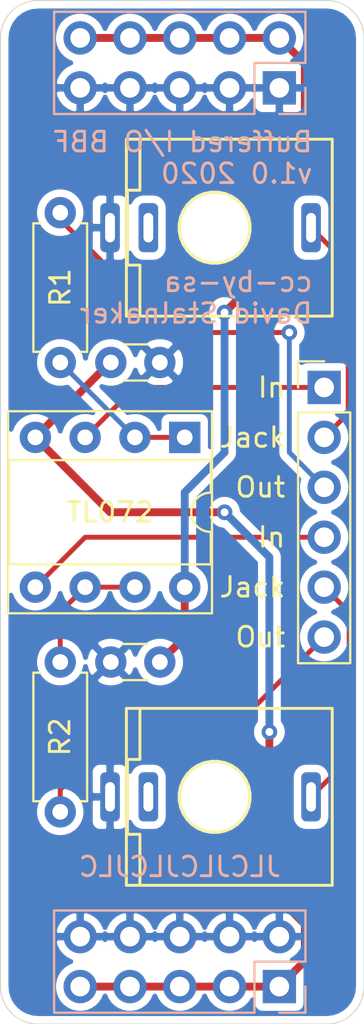
<source format=kicad_pcb>
(kicad_pcb (version 20171130) (host pcbnew "(5.1.6-0-10_14)")

  (general
    (thickness 1.6)
    (drawings 17)
    (tracks 56)
    (zones 0)
    (modules 10)
    (nets 12)
  )

  (page A4)
  (layers
    (0 F.Cu signal)
    (31 B.Cu signal hide)
    (32 B.Adhes user hide)
    (33 F.Adhes user)
    (34 B.Paste user hide)
    (35 F.Paste user hide)
    (36 B.SilkS user)
    (37 F.SilkS user hide)
    (38 B.Mask user)
    (39 F.Mask user)
    (40 Dwgs.User user hide)
    (41 Cmts.User user hide)
    (42 Eco1.User user hide)
    (43 Eco2.User user hide)
    (44 Edge.Cuts user)
    (45 Margin user hide)
    (46 B.CrtYd user)
    (47 F.CrtYd user)
    (48 B.Fab user hide)
    (49 F.Fab user hide)
  )

  (setup
    (last_trace_width 0.25)
    (user_trace_width 0.2)
    (user_trace_width 0.4)
    (trace_clearance 0.25)
    (zone_clearance 0.381)
    (zone_45_only no)
    (trace_min 0.2)
    (via_size 0.8)
    (via_drill 0.4)
    (via_min_size 0.4)
    (via_min_drill 0.3)
    (uvia_size 0.3)
    (uvia_drill 0.1)
    (uvias_allowed no)
    (uvia_min_size 0.2)
    (uvia_min_drill 0.1)
    (edge_width 0.05)
    (segment_width 0.2)
    (pcb_text_width 0.3)
    (pcb_text_size 1.5 1.5)
    (mod_edge_width 0.12)
    (mod_text_size 1 1)
    (mod_text_width 0.15)
    (pad_size 1.524 1.524)
    (pad_drill 0.762)
    (pad_to_mask_clearance 0.05)
    (aux_axis_origin 0 0)
    (visible_elements FFFFFF7F)
    (pcbplotparams
      (layerselection 0x010fc_ffffffff)
      (usegerberextensions false)
      (usegerberattributes true)
      (usegerberadvancedattributes true)
      (creategerberjobfile true)
      (excludeedgelayer true)
      (linewidth 0.100000)
      (plotframeref false)
      (viasonmask false)
      (mode 1)
      (useauxorigin false)
      (hpglpennumber 1)
      (hpglpenspeed 20)
      (hpglpendiameter 15.000000)
      (psnegative false)
      (psa4output false)
      (plotreference true)
      (plotvalue true)
      (plotinvisibletext false)
      (padsonsilk false)
      (subtractmaskfromsilk false)
      (outputformat 1)
      (mirror false)
      (drillshape 0)
      (scaleselection 1)
      (outputdirectory "Gerbers/"))
  )

  (net 0 "")
  (net 1 GND)
  (net 2 +12V)
  (net 3 -12V)
  (net 4 "Net-(J3-Pad1)")
  (net 5 "Net-(J3-Pad2)")
  (net 6 "Net-(J3-Pad3)")
  (net 7 "Net-(J3-Pad4)")
  (net 8 "Net-(J3-Pad5)")
  (net 9 "Net-(J3-Pad6)")
  (net 10 "Net-(R1-Pad1)")
  (net 11 "Net-(R2-Pad1)")

  (net_class Default "This is the default net class."
    (clearance 0.25)
    (trace_width 0.25)
    (via_dia 0.8)
    (via_drill 0.4)
    (uvia_dia 0.3)
    (uvia_drill 0.1)
    (add_net +12V)
    (add_net -12V)
    (add_net GND)
    (add_net "Net-(J3-Pad1)")
    (add_net "Net-(J3-Pad2)")
    (add_net "Net-(J3-Pad3)")
    (add_net "Net-(J3-Pad4)")
    (add_net "Net-(J3-Pad5)")
    (add_net "Net-(J3-Pad6)")
    (add_net "Net-(R1-Pad1)")
    (add_net "Net-(R2-Pad1)")
  )

  (module Connector_PinHeader_2.54mm:PinHeader_2x05_P2.54mm_Vertical (layer B.Cu) (tedit 59FED5CC) (tstamp 5F300B7C)
    (at 160.02 27.94 90)
    (descr "Through hole straight pin header, 2x05, 2.54mm pitch, double rows")
    (tags "Through hole pin header THT 2x05 2.54mm double row")
    (path /5F2FC0CD)
    (fp_text reference J2 (at 1.27 2.33 270) (layer B.SilkS) hide
      (effects (font (size 1 1) (thickness 0.15)) (justify mirror))
    )
    (fp_text value Conn_02x05_Odd_Even (at 1.27 -12.49 270) (layer B.Fab)
      (effects (font (size 1 1) (thickness 0.15)) (justify mirror))
    )
    (fp_line (start 4.35 1.8) (end -1.8 1.8) (layer B.CrtYd) (width 0.05))
    (fp_line (start 4.35 -11.95) (end 4.35 1.8) (layer B.CrtYd) (width 0.05))
    (fp_line (start -1.8 -11.95) (end 4.35 -11.95) (layer B.CrtYd) (width 0.05))
    (fp_line (start -1.8 1.8) (end -1.8 -11.95) (layer B.CrtYd) (width 0.05))
    (fp_line (start -1.33 1.33) (end 0 1.33) (layer B.SilkS) (width 0.12))
    (fp_line (start -1.33 0) (end -1.33 1.33) (layer B.SilkS) (width 0.12))
    (fp_line (start 1.27 1.33) (end 3.87 1.33) (layer B.SilkS) (width 0.12))
    (fp_line (start 1.27 -1.27) (end 1.27 1.33) (layer B.SilkS) (width 0.12))
    (fp_line (start -1.33 -1.27) (end 1.27 -1.27) (layer B.SilkS) (width 0.12))
    (fp_line (start 3.87 1.33) (end 3.87 -11.49) (layer B.SilkS) (width 0.12))
    (fp_line (start -1.33 -1.27) (end -1.33 -11.49) (layer B.SilkS) (width 0.12))
    (fp_line (start -1.33 -11.49) (end 3.87 -11.49) (layer B.SilkS) (width 0.12))
    (fp_line (start -1.27 0) (end 0 1.27) (layer B.Fab) (width 0.1))
    (fp_line (start -1.27 -11.43) (end -1.27 0) (layer B.Fab) (width 0.1))
    (fp_line (start 3.81 -11.43) (end -1.27 -11.43) (layer B.Fab) (width 0.1))
    (fp_line (start 3.81 1.27) (end 3.81 -11.43) (layer B.Fab) (width 0.1))
    (fp_line (start 0 1.27) (end 3.81 1.27) (layer B.Fab) (width 0.1))
    (fp_text user %R (at 1.27 -5.08) (layer B.Fab)
      (effects (font (size 1 1) (thickness 0.15)) (justify mirror))
    )
    (pad 1 thru_hole rect (at 0 0 90) (size 1.7 1.7) (drill 1) (layers *.Cu *.Mask)
      (net 1 GND))
    (pad 2 thru_hole oval (at 2.54 0 90) (size 1.7 1.7) (drill 1) (layers *.Cu *.Mask)
      (net 2 +12V))
    (pad 3 thru_hole oval (at 0 -2.54 90) (size 1.7 1.7) (drill 1) (layers *.Cu *.Mask)
      (net 1 GND))
    (pad 4 thru_hole oval (at 2.54 -2.54 90) (size 1.7 1.7) (drill 1) (layers *.Cu *.Mask)
      (net 2 +12V))
    (pad 5 thru_hole oval (at 0 -5.08 90) (size 1.7 1.7) (drill 1) (layers *.Cu *.Mask)
      (net 1 GND))
    (pad 6 thru_hole oval (at 2.54 -5.08 90) (size 1.7 1.7) (drill 1) (layers *.Cu *.Mask)
      (net 2 +12V))
    (pad 7 thru_hole oval (at 0 -7.62 90) (size 1.7 1.7) (drill 1) (layers *.Cu *.Mask)
      (net 1 GND))
    (pad 8 thru_hole oval (at 2.54 -7.62 90) (size 1.7 1.7) (drill 1) (layers *.Cu *.Mask)
      (net 2 +12V))
    (pad 9 thru_hole oval (at 0 -10.16 90) (size 1.7 1.7) (drill 1) (layers *.Cu *.Mask)
      (net 1 GND))
    (pad 10 thru_hole oval (at 2.54 -10.16 90) (size 1.7 1.7) (drill 1) (layers *.Cu *.Mask)
      (net 2 +12V))
    (model ${KISYS3DMOD}/Connector_PinHeader_2.54mm.3dshapes/PinHeader_2x05_P2.54mm_Vertical.wrl
      (at (xyz 0 0 0))
      (scale (xyz 1 1 1))
      (rotate (xyz 0 0 0))
    )
  )

  (module Connector_PinHeader_2.54mm:PinHeader_2x05_P2.54mm_Vertical (layer B.Cu) (tedit 59FED5CC) (tstamp 5F30094B)
    (at 160.02 73.66 90)
    (descr "Through hole straight pin header, 2x05, 2.54mm pitch, double rows")
    (tags "Through hole pin header THT 2x05 2.54mm double row")
    (path /5F2FA868)
    (fp_text reference J1 (at 1.27 2.33 270) (layer B.SilkS) hide
      (effects (font (size 1 1) (thickness 0.15)) (justify mirror))
    )
    (fp_text value Conn_02x05_Odd_Even (at 1.27 -12.49 270) (layer B.Fab)
      (effects (font (size 1 1) (thickness 0.15)) (justify mirror))
    )
    (fp_text user %R (at 1.27 -5.08) (layer B.Fab)
      (effects (font (size 1 1) (thickness 0.15)) (justify mirror))
    )
    (fp_line (start 0 1.27) (end 3.81 1.27) (layer B.Fab) (width 0.1))
    (fp_line (start 3.81 1.27) (end 3.81 -11.43) (layer B.Fab) (width 0.1))
    (fp_line (start 3.81 -11.43) (end -1.27 -11.43) (layer B.Fab) (width 0.1))
    (fp_line (start -1.27 -11.43) (end -1.27 0) (layer B.Fab) (width 0.1))
    (fp_line (start -1.27 0) (end 0 1.27) (layer B.Fab) (width 0.1))
    (fp_line (start -1.33 -11.49) (end 3.87 -11.49) (layer B.SilkS) (width 0.12))
    (fp_line (start -1.33 -1.27) (end -1.33 -11.49) (layer B.SilkS) (width 0.12))
    (fp_line (start 3.87 1.33) (end 3.87 -11.49) (layer B.SilkS) (width 0.12))
    (fp_line (start -1.33 -1.27) (end 1.27 -1.27) (layer B.SilkS) (width 0.12))
    (fp_line (start 1.27 -1.27) (end 1.27 1.33) (layer B.SilkS) (width 0.12))
    (fp_line (start 1.27 1.33) (end 3.87 1.33) (layer B.SilkS) (width 0.12))
    (fp_line (start -1.33 0) (end -1.33 1.33) (layer B.SilkS) (width 0.12))
    (fp_line (start -1.33 1.33) (end 0 1.33) (layer B.SilkS) (width 0.12))
    (fp_line (start -1.8 1.8) (end -1.8 -11.95) (layer B.CrtYd) (width 0.05))
    (fp_line (start -1.8 -11.95) (end 4.35 -11.95) (layer B.CrtYd) (width 0.05))
    (fp_line (start 4.35 -11.95) (end 4.35 1.8) (layer B.CrtYd) (width 0.05))
    (fp_line (start 4.35 1.8) (end -1.8 1.8) (layer B.CrtYd) (width 0.05))
    (pad 10 thru_hole oval (at 2.54 -10.16 90) (size 1.7 1.7) (drill 1) (layers *.Cu *.Mask)
      (net 1 GND))
    (pad 9 thru_hole oval (at 0 -10.16 90) (size 1.7 1.7) (drill 1) (layers *.Cu *.Mask)
      (net 3 -12V))
    (pad 8 thru_hole oval (at 2.54 -7.62 90) (size 1.7 1.7) (drill 1) (layers *.Cu *.Mask)
      (net 1 GND))
    (pad 7 thru_hole oval (at 0 -7.62 90) (size 1.7 1.7) (drill 1) (layers *.Cu *.Mask)
      (net 3 -12V))
    (pad 6 thru_hole oval (at 2.54 -5.08 90) (size 1.7 1.7) (drill 1) (layers *.Cu *.Mask)
      (net 1 GND))
    (pad 5 thru_hole oval (at 0 -5.08 90) (size 1.7 1.7) (drill 1) (layers *.Cu *.Mask)
      (net 3 -12V))
    (pad 4 thru_hole oval (at 2.54 -2.54 90) (size 1.7 1.7) (drill 1) (layers *.Cu *.Mask)
      (net 1 GND))
    (pad 3 thru_hole oval (at 0 -2.54 90) (size 1.7 1.7) (drill 1) (layers *.Cu *.Mask)
      (net 3 -12V))
    (pad 2 thru_hole oval (at 2.54 0 90) (size 1.7 1.7) (drill 1) (layers *.Cu *.Mask)
      (net 1 GND))
    (pad 1 thru_hole rect (at 0 0 90) (size 1.7 1.7) (drill 1) (layers *.Cu *.Mask)
      (net 3 -12V))
    (model ${KISYS3DMOD}/Connector_PinHeader_2.54mm.3dshapes/PinHeader_2x05_P2.54mm_Vertical.wrl
      (at (xyz 0 0 0))
      (scale (xyz 1 1 1))
      (rotate (xyz 0 0 0))
    )
  )

  (module Connector_PinHeader_2.54mm:PinHeader_1x06_P2.54mm_Vertical (layer F.Cu) (tedit 59FED5CC) (tstamp 5F300699)
    (at 162.306 43.18)
    (descr "Through hole straight pin header, 1x06, 2.54mm pitch, single row")
    (tags "Through hole pin header THT 1x06 2.54mm single row")
    (path /5F345CC5)
    (fp_text reference J3 (at 0 -2.33) (layer F.SilkS) hide
      (effects (font (size 1 1) (thickness 0.15)))
    )
    (fp_text value Conn_01x06_Male (at 0 15.03) (layer F.Fab)
      (effects (font (size 1 1) (thickness 0.15)))
    )
    (fp_line (start 1.8 -1.8) (end -1.8 -1.8) (layer F.CrtYd) (width 0.05))
    (fp_line (start 1.8 14.5) (end 1.8 -1.8) (layer F.CrtYd) (width 0.05))
    (fp_line (start -1.8 14.5) (end 1.8 14.5) (layer F.CrtYd) (width 0.05))
    (fp_line (start -1.8 -1.8) (end -1.8 14.5) (layer F.CrtYd) (width 0.05))
    (fp_line (start -1.33 -1.33) (end 0 -1.33) (layer F.SilkS) (width 0.12))
    (fp_line (start -1.33 0) (end -1.33 -1.33) (layer F.SilkS) (width 0.12))
    (fp_line (start -1.33 1.27) (end 1.33 1.27) (layer F.SilkS) (width 0.12))
    (fp_line (start 1.33 1.27) (end 1.33 14.03) (layer F.SilkS) (width 0.12))
    (fp_line (start -1.33 1.27) (end -1.33 14.03) (layer F.SilkS) (width 0.12))
    (fp_line (start -1.33 14.03) (end 1.33 14.03) (layer F.SilkS) (width 0.12))
    (fp_line (start -1.27 -0.635) (end -0.635 -1.27) (layer F.Fab) (width 0.1))
    (fp_line (start -1.27 13.97) (end -1.27 -0.635) (layer F.Fab) (width 0.1))
    (fp_line (start 1.27 13.97) (end -1.27 13.97) (layer F.Fab) (width 0.1))
    (fp_line (start 1.27 -1.27) (end 1.27 13.97) (layer F.Fab) (width 0.1))
    (fp_line (start -0.635 -1.27) (end 1.27 -1.27) (layer F.Fab) (width 0.1))
    (fp_text user %R (at 0 6.35 90) (layer F.Fab)
      (effects (font (size 1 1) (thickness 0.15)))
    )
    (pad 1 thru_hole rect (at 0 0) (size 1.7 1.7) (drill 1) (layers *.Cu *.Mask)
      (net 4 "Net-(J3-Pad1)"))
    (pad 2 thru_hole oval (at 0 2.54) (size 1.7 1.7) (drill 1) (layers *.Cu *.Mask)
      (net 5 "Net-(J3-Pad2)"))
    (pad 3 thru_hole oval (at 0 5.08) (size 1.7 1.7) (drill 1) (layers *.Cu *.Mask)
      (net 6 "Net-(J3-Pad3)"))
    (pad 4 thru_hole oval (at 0 7.62) (size 1.7 1.7) (drill 1) (layers *.Cu *.Mask)
      (net 7 "Net-(J3-Pad4)"))
    (pad 5 thru_hole oval (at 0 10.16) (size 1.7 1.7) (drill 1) (layers *.Cu *.Mask)
      (net 8 "Net-(J3-Pad5)"))
    (pad 6 thru_hole oval (at 0 12.7) (size 1.7 1.7) (drill 1) (layers *.Cu *.Mask)
      (net 9 "Net-(J3-Pad6)"))
    (model ${KISYS3DMOD}/Connector_PinHeader_2.54mm.3dshapes/PinHeader_1x06_P2.54mm_Vertical.wrl
      (at (xyz 0 0 0))
      (scale (xyz 1 1 1))
      (rotate (xyz 0 0 0))
    )
  )

  (module davidstalnaker:Thonkiconn_Tight (layer F.Cu) (tedit 5E895EF7) (tstamp 5F30B0DD)
    (at 156.718 35.052 270)
    (path /5F30AD26)
    (fp_text reference J4 (at 0 -3.048 90) (layer F.SilkS) hide
      (effects (font (size 1 1) (thickness 0.15)))
    )
    (fp_text value AudioJack2_SwitchT (at 0 -7.62 90) (layer F.Fab) hide
      (effects (font (size 1 1) (thickness 0.15)))
    )
    (fp_line (start -4.5 -6) (end 4.5 -6) (layer F.SilkS) (width 0.15))
    (fp_line (start -4.5 4.5) (end 4.5 4.5) (layer F.SilkS) (width 0.15))
    (fp_line (start -4.5 -6) (end -4.5 4.5) (layer F.SilkS) (width 0.15))
    (fp_line (start 4.5 -6) (end 4.5 4.5) (layer F.SilkS) (width 0.15))
    (fp_circle (center 0 0) (end 1.27 1.27) (layer F.SilkS) (width 0.15))
    (fp_line (start 1.905 3.81) (end 4.445 3.81) (layer F.SilkS) (width 0.15))
    (fp_line (start 1.905 4.445) (end 1.905 3.81) (layer F.SilkS) (width 0.15))
    (fp_line (start -1.905 4.445) (end 1.905 4.445) (layer F.SilkS) (width 0.15))
    (fp_line (start -1.905 3.81) (end -1.905 4.445) (layer F.SilkS) (width 0.15))
    (fp_line (start -4.445 3.81) (end -1.905 3.81) (layer F.SilkS) (width 0.15))
    (pad T thru_hole roundrect (at 0 -4.92 270) (size 2.5 1) (drill oval 1.5 0.5) (layers *.Cu *.Mask) (roundrect_rratio 0.25)
      (net 5 "Net-(J3-Pad2)"))
    (pad TN thru_hole roundrect (at 0 3.38 270) (size 2.5 1) (drill oval 1.5 0.5) (layers *.Cu *.Mask) (roundrect_rratio 0.25))
    (pad S thru_hole roundrect (at 0 5.334 270) (size 2.5 1) (drill oval 1.5 0.5) (layers *.Cu *.Mask) (roundrect_rratio 0.25)
      (net 1 GND))
    (pad "" np_thru_hole circle (at 0 0 270) (size 3 3) (drill 3) (layers *.Cu *.Mask))
  )

  (module davidstalnaker:Thonkiconn_Tight (layer F.Cu) (tedit 5E895EF7) (tstamp 5F30B133)
    (at 156.718 64.008 270)
    (path /5F38908E)
    (fp_text reference J5 (at 0 -3.048 90) (layer F.SilkS) hide
      (effects (font (size 1 1) (thickness 0.15)))
    )
    (fp_text value AudioJack2_SwitchT (at 0 -7.62 90) (layer F.Fab) hide
      (effects (font (size 1 1) (thickness 0.15)))
    )
    (fp_line (start -4.445 3.81) (end -1.905 3.81) (layer F.SilkS) (width 0.15))
    (fp_line (start -1.905 3.81) (end -1.905 4.445) (layer F.SilkS) (width 0.15))
    (fp_line (start -1.905 4.445) (end 1.905 4.445) (layer F.SilkS) (width 0.15))
    (fp_line (start 1.905 4.445) (end 1.905 3.81) (layer F.SilkS) (width 0.15))
    (fp_line (start 1.905 3.81) (end 4.445 3.81) (layer F.SilkS) (width 0.15))
    (fp_circle (center 0 0) (end 1.27 1.27) (layer F.SilkS) (width 0.15))
    (fp_line (start 4.5 -6) (end 4.5 4.5) (layer F.SilkS) (width 0.15))
    (fp_line (start -4.5 -6) (end -4.5 4.5) (layer F.SilkS) (width 0.15))
    (fp_line (start -4.5 4.5) (end 4.5 4.5) (layer F.SilkS) (width 0.15))
    (fp_line (start -4.5 -6) (end 4.5 -6) (layer F.SilkS) (width 0.15))
    (pad "" np_thru_hole circle (at 0 0 270) (size 3 3) (drill 3) (layers *.Cu *.Mask))
    (pad S thru_hole roundrect (at 0 5.334 270) (size 2.5 1) (drill oval 1.5 0.5) (layers *.Cu *.Mask) (roundrect_rratio 0.25)
      (net 1 GND))
    (pad TN thru_hole roundrect (at 0 3.38 270) (size 2.5 1) (drill oval 1.5 0.5) (layers *.Cu *.Mask) (roundrect_rratio 0.25))
    (pad T thru_hole roundrect (at 0 -4.92 270) (size 2.5 1) (drill oval 1.5 0.5) (layers *.Cu *.Mask) (roundrect_rratio 0.25)
      (net 8 "Net-(J3-Pad5)"))
  )

  (module Package_DIP:DIP-8_W7.62mm_Socket (layer F.Cu) (tedit 5A02E8C5) (tstamp 5F302AA5)
    (at 155.194 45.72 270)
    (descr "8-lead though-hole mounted DIP package, row spacing 7.62 mm (300 mils), Socket")
    (tags "THT DIP DIL PDIP 2.54mm 7.62mm 300mil Socket")
    (path /5F300328)
    (fp_text reference TL072 (at 3.81 3.81 180) (layer F.SilkS)
      (effects (font (size 1 1) (thickness 0.15)))
    )
    (fp_text value TL072 (at 3.81 9.95 90) (layer F.Fab)
      (effects (font (size 1 1) (thickness 0.15)))
    )
    (fp_line (start 9.15 -1.6) (end -1.55 -1.6) (layer F.CrtYd) (width 0.05))
    (fp_line (start 9.15 9.2) (end 9.15 -1.6) (layer F.CrtYd) (width 0.05))
    (fp_line (start -1.55 9.2) (end 9.15 9.2) (layer F.CrtYd) (width 0.05))
    (fp_line (start -1.55 -1.6) (end -1.55 9.2) (layer F.CrtYd) (width 0.05))
    (fp_line (start 8.95 -1.39) (end -1.33 -1.39) (layer F.SilkS) (width 0.12))
    (fp_line (start 8.95 9.01) (end 8.95 -1.39) (layer F.SilkS) (width 0.12))
    (fp_line (start -1.33 9.01) (end 8.95 9.01) (layer F.SilkS) (width 0.12))
    (fp_line (start -1.33 -1.39) (end -1.33 9.01) (layer F.SilkS) (width 0.12))
    (fp_line (start 6.46 -1.33) (end 4.81 -1.33) (layer F.SilkS) (width 0.12))
    (fp_line (start 6.46 8.95) (end 6.46 -1.33) (layer F.SilkS) (width 0.12))
    (fp_line (start 1.16 8.95) (end 6.46 8.95) (layer F.SilkS) (width 0.12))
    (fp_line (start 1.16 -1.33) (end 1.16 8.95) (layer F.SilkS) (width 0.12))
    (fp_line (start 2.81 -1.33) (end 1.16 -1.33) (layer F.SilkS) (width 0.12))
    (fp_line (start 8.89 -1.33) (end -1.27 -1.33) (layer F.Fab) (width 0.1))
    (fp_line (start 8.89 8.95) (end 8.89 -1.33) (layer F.Fab) (width 0.1))
    (fp_line (start -1.27 8.95) (end 8.89 8.95) (layer F.Fab) (width 0.1))
    (fp_line (start -1.27 -1.33) (end -1.27 8.95) (layer F.Fab) (width 0.1))
    (fp_line (start 0.635 -0.27) (end 1.635 -1.27) (layer F.Fab) (width 0.1))
    (fp_line (start 0.635 8.89) (end 0.635 -0.27) (layer F.Fab) (width 0.1))
    (fp_line (start 6.985 8.89) (end 0.635 8.89) (layer F.Fab) (width 0.1))
    (fp_line (start 6.985 -1.27) (end 6.985 8.89) (layer F.Fab) (width 0.1))
    (fp_line (start 1.635 -1.27) (end 6.985 -1.27) (layer F.Fab) (width 0.1))
    (fp_arc (start 3.81 -1.33) (end 2.81 -1.33) (angle -180) (layer F.SilkS) (width 0.12))
    (fp_text user %R (at 3.81 3.81 90) (layer F.Fab)
      (effects (font (size 1 1) (thickness 0.15)))
    )
    (pad 1 thru_hole rect (at 0 0 270) (size 1.6 1.6) (drill 0.8) (layers *.Cu *.Mask)
      (net 10 "Net-(R1-Pad1)"))
    (pad 5 thru_hole oval (at 7.62 7.62 270) (size 1.6 1.6) (drill 0.8) (layers *.Cu *.Mask)
      (net 7 "Net-(J3-Pad4)"))
    (pad 2 thru_hole oval (at 0 2.54 270) (size 1.6 1.6) (drill 0.8) (layers *.Cu *.Mask)
      (net 10 "Net-(R1-Pad1)"))
    (pad 6 thru_hole oval (at 7.62 5.08 270) (size 1.6 1.6) (drill 0.8) (layers *.Cu *.Mask)
      (net 11 "Net-(R2-Pad1)"))
    (pad 3 thru_hole oval (at 0 5.08 270) (size 1.6 1.6) (drill 0.8) (layers *.Cu *.Mask)
      (net 4 "Net-(J3-Pad1)"))
    (pad 7 thru_hole oval (at 7.62 2.54 270) (size 1.6 1.6) (drill 0.8) (layers *.Cu *.Mask)
      (net 11 "Net-(R2-Pad1)"))
    (pad 4 thru_hole oval (at 0 7.62 270) (size 1.6 1.6) (drill 0.8) (layers *.Cu *.Mask)
      (net 3 -12V))
    (pad 8 thru_hole oval (at 7.62 0 270) (size 1.6 1.6) (drill 0.8) (layers *.Cu *.Mask)
      (net 2 +12V))
    (model ${KISYS3DMOD}/Package_DIP.3dshapes/DIP-8_W7.62mm_Socket.wrl
      (at (xyz 0 0 0))
      (scale (xyz 1 1 1))
      (rotate (xyz 0 0 0))
    )
  )

  (module Capacitor_THT:C_Disc_D3.0mm_W1.6mm_P2.50mm (layer F.Cu) (tedit 5AE50EF0) (tstamp 5F30B023)
    (at 153.924 57.15 180)
    (descr "C, Disc series, Radial, pin pitch=2.50mm, , diameter*width=3.0*1.6mm^2, Capacitor, http://www.vishay.com/docs/45233/krseries.pdf")
    (tags "C Disc series Radial pin pitch 2.50mm  diameter 3.0mm width 1.6mm Capacitor")
    (path /5F360D2D)
    (fp_text reference C1 (at 1.25 -2.05) (layer F.SilkS) hide
      (effects (font (size 1 1) (thickness 0.15)))
    )
    (fp_text value C_Small (at 1.25 2.05) (layer F.Fab)
      (effects (font (size 1 1) (thickness 0.15)))
    )
    (fp_text user %R (at 1.25 0) (layer F.Fab)
      (effects (font (size 0.6 0.6) (thickness 0.09)))
    )
    (fp_line (start -0.25 -0.8) (end -0.25 0.8) (layer F.Fab) (width 0.1))
    (fp_line (start -0.25 0.8) (end 2.75 0.8) (layer F.Fab) (width 0.1))
    (fp_line (start 2.75 0.8) (end 2.75 -0.8) (layer F.Fab) (width 0.1))
    (fp_line (start 2.75 -0.8) (end -0.25 -0.8) (layer F.Fab) (width 0.1))
    (fp_line (start 0.621 -0.92) (end 1.879 -0.92) (layer F.SilkS) (width 0.12))
    (fp_line (start 0.621 0.92) (end 1.879 0.92) (layer F.SilkS) (width 0.12))
    (fp_line (start -1.05 -1.05) (end -1.05 1.05) (layer F.CrtYd) (width 0.05))
    (fp_line (start -1.05 1.05) (end 3.55 1.05) (layer F.CrtYd) (width 0.05))
    (fp_line (start 3.55 1.05) (end 3.55 -1.05) (layer F.CrtYd) (width 0.05))
    (fp_line (start 3.55 -1.05) (end -1.05 -1.05) (layer F.CrtYd) (width 0.05))
    (pad 2 thru_hole circle (at 2.5 0 180) (size 1.6 1.6) (drill 0.8) (layers *.Cu *.Mask)
      (net 1 GND))
    (pad 1 thru_hole circle (at 0 0 180) (size 1.6 1.6) (drill 0.8) (layers *.Cu *.Mask)
      (net 2 +12V))
    (model ${KISYS3DMOD}/Capacitor_THT.3dshapes/C_Disc_D3.0mm_W1.6mm_P2.50mm.wrl
      (at (xyz 0 0 0))
      (scale (xyz 1 1 1))
      (rotate (xyz 0 0 0))
    )
  )

  (module Capacitor_THT:C_Disc_D3.0mm_W1.6mm_P2.50mm (layer F.Cu) (tedit 5AE50EF0) (tstamp 5F30AFD2)
    (at 153.924 41.91 180)
    (descr "C, Disc series, Radial, pin pitch=2.50mm, , diameter*width=3.0*1.6mm^2, Capacitor, http://www.vishay.com/docs/45233/krseries.pdf")
    (tags "C Disc series Radial pin pitch 2.50mm  diameter 3.0mm width 1.6mm Capacitor")
    (path /5F35FEE4)
    (fp_text reference C2 (at 1.25 -2.05) (layer F.SilkS) hide
      (effects (font (size 1 1) (thickness 0.15)))
    )
    (fp_text value C_Small (at 1.25 2.05) (layer F.Fab)
      (effects (font (size 1 1) (thickness 0.15)))
    )
    (fp_line (start 3.55 -1.05) (end -1.05 -1.05) (layer F.CrtYd) (width 0.05))
    (fp_line (start 3.55 1.05) (end 3.55 -1.05) (layer F.CrtYd) (width 0.05))
    (fp_line (start -1.05 1.05) (end 3.55 1.05) (layer F.CrtYd) (width 0.05))
    (fp_line (start -1.05 -1.05) (end -1.05 1.05) (layer F.CrtYd) (width 0.05))
    (fp_line (start 0.621 0.92) (end 1.879 0.92) (layer F.SilkS) (width 0.12))
    (fp_line (start 0.621 -0.92) (end 1.879 -0.92) (layer F.SilkS) (width 0.12))
    (fp_line (start 2.75 -0.8) (end -0.25 -0.8) (layer F.Fab) (width 0.1))
    (fp_line (start 2.75 0.8) (end 2.75 -0.8) (layer F.Fab) (width 0.1))
    (fp_line (start -0.25 0.8) (end 2.75 0.8) (layer F.Fab) (width 0.1))
    (fp_line (start -0.25 -0.8) (end -0.25 0.8) (layer F.Fab) (width 0.1))
    (fp_text user %R (at 1.25 0 180) (layer F.Fab)
      (effects (font (size 0.6 0.6) (thickness 0.09)))
    )
    (pad 1 thru_hole circle (at 0 0 180) (size 1.6 1.6) (drill 0.8) (layers *.Cu *.Mask)
      (net 1 GND))
    (pad 2 thru_hole circle (at 2.5 0 180) (size 1.6 1.6) (drill 0.8) (layers *.Cu *.Mask)
      (net 3 -12V))
    (model ${KISYS3DMOD}/Capacitor_THT.3dshapes/C_Disc_D3.0mm_W1.6mm_P2.50mm.wrl
      (at (xyz 0 0 0))
      (scale (xyz 1 1 1))
      (rotate (xyz 0 0 0))
    )
  )

  (module Resistor_THT:R_Axial_DIN0207_L6.3mm_D2.5mm_P7.62mm_Horizontal (layer F.Cu) (tedit 5AE5139B) (tstamp 5F30A6DA)
    (at 148.844 41.91 90)
    (descr "Resistor, Axial_DIN0207 series, Axial, Horizontal, pin pitch=7.62mm, 0.25W = 1/4W, length*diameter=6.3*2.5mm^2, http://cdn-reichelt.de/documents/datenblatt/B400/1_4W%23YAG.pdf")
    (tags "Resistor Axial_DIN0207 series Axial Horizontal pin pitch 7.62mm 0.25W = 1/4W length 6.3mm diameter 2.5mm")
    (path /5F31E67B)
    (fp_text reference R1 (at 3.81 -0.001001 90) (layer F.SilkS)
      (effects (font (size 1 1) (thickness 0.15)))
    )
    (fp_text value R_Small (at 3.81 2.37 90) (layer F.Fab)
      (effects (font (size 1 1) (thickness 0.15)))
    )
    (fp_line (start 8.67 -1.5) (end -1.05 -1.5) (layer F.CrtYd) (width 0.05))
    (fp_line (start 8.67 1.5) (end 8.67 -1.5) (layer F.CrtYd) (width 0.05))
    (fp_line (start -1.05 1.5) (end 8.67 1.5) (layer F.CrtYd) (width 0.05))
    (fp_line (start -1.05 -1.5) (end -1.05 1.5) (layer F.CrtYd) (width 0.05))
    (fp_line (start 7.08 1.37) (end 7.08 1.04) (layer F.SilkS) (width 0.12))
    (fp_line (start 0.54 1.37) (end 7.08 1.37) (layer F.SilkS) (width 0.12))
    (fp_line (start 0.54 1.04) (end 0.54 1.37) (layer F.SilkS) (width 0.12))
    (fp_line (start 7.08 -1.37) (end 7.08 -1.04) (layer F.SilkS) (width 0.12))
    (fp_line (start 0.54 -1.37) (end 7.08 -1.37) (layer F.SilkS) (width 0.12))
    (fp_line (start 0.54 -1.04) (end 0.54 -1.37) (layer F.SilkS) (width 0.12))
    (fp_line (start 7.62 0) (end 6.96 0) (layer F.Fab) (width 0.1))
    (fp_line (start 0 0) (end 0.66 0) (layer F.Fab) (width 0.1))
    (fp_line (start 6.96 -1.25) (end 0.66 -1.25) (layer F.Fab) (width 0.1))
    (fp_line (start 6.96 1.25) (end 6.96 -1.25) (layer F.Fab) (width 0.1))
    (fp_line (start 0.66 1.25) (end 6.96 1.25) (layer F.Fab) (width 0.1))
    (fp_line (start 0.66 -1.25) (end 0.66 1.25) (layer F.Fab) (width 0.1))
    (fp_text user %R (at 3.81 0 90) (layer F.Fab)
      (effects (font (size 1 1) (thickness 0.15)))
    )
    (pad 1 thru_hole circle (at 0 0 90) (size 1.6 1.6) (drill 0.8) (layers *.Cu *.Mask)
      (net 10 "Net-(R1-Pad1)"))
    (pad 2 thru_hole oval (at 7.62 0 90) (size 1.6 1.6) (drill 0.8) (layers *.Cu *.Mask)
      (net 6 "Net-(J3-Pad3)"))
    (model ${KISYS3DMOD}/Resistor_THT.3dshapes/R_Axial_DIN0207_L6.3mm_D2.5mm_P7.62mm_Horizontal.wrl
      (at (xyz 0 0 0))
      (scale (xyz 1 1 1))
      (rotate (xyz 0 0 0))
    )
  )

  (module Resistor_THT:R_Axial_DIN0207_L6.3mm_D2.5mm_P7.62mm_Horizontal (layer F.Cu) (tedit 5AE5139B) (tstamp 5F30A8AE)
    (at 148.844 57.15 270)
    (descr "Resistor, Axial_DIN0207 series, Axial, Horizontal, pin pitch=7.62mm, 0.25W = 1/4W, length*diameter=6.3*2.5mm^2, http://cdn-reichelt.de/documents/datenblatt/B400/1_4W%23YAG.pdf")
    (tags "Resistor Axial_DIN0207 series Axial Horizontal pin pitch 7.62mm 0.25W = 1/4W length 6.3mm diameter 2.5mm")
    (path /5F32ACF5)
    (fp_text reference R2 (at 3.81 0.012999 90) (layer F.SilkS)
      (effects (font (size 1 1) (thickness 0.15)))
    )
    (fp_text value R_Small (at 3.81 2.37 90) (layer F.Fab)
      (effects (font (size 1 1) (thickness 0.15)))
    )
    (fp_text user %R (at 3.81 0 90) (layer F.Fab)
      (effects (font (size 1 1) (thickness 0.15)))
    )
    (fp_line (start 0.66 -1.25) (end 0.66 1.25) (layer F.Fab) (width 0.1))
    (fp_line (start 0.66 1.25) (end 6.96 1.25) (layer F.Fab) (width 0.1))
    (fp_line (start 6.96 1.25) (end 6.96 -1.25) (layer F.Fab) (width 0.1))
    (fp_line (start 6.96 -1.25) (end 0.66 -1.25) (layer F.Fab) (width 0.1))
    (fp_line (start 0 0) (end 0.66 0) (layer F.Fab) (width 0.1))
    (fp_line (start 7.62 0) (end 6.96 0) (layer F.Fab) (width 0.1))
    (fp_line (start 0.54 -1.04) (end 0.54 -1.37) (layer F.SilkS) (width 0.12))
    (fp_line (start 0.54 -1.37) (end 7.08 -1.37) (layer F.SilkS) (width 0.12))
    (fp_line (start 7.08 -1.37) (end 7.08 -1.04) (layer F.SilkS) (width 0.12))
    (fp_line (start 0.54 1.04) (end 0.54 1.37) (layer F.SilkS) (width 0.12))
    (fp_line (start 0.54 1.37) (end 7.08 1.37) (layer F.SilkS) (width 0.12))
    (fp_line (start 7.08 1.37) (end 7.08 1.04) (layer F.SilkS) (width 0.12))
    (fp_line (start -1.05 -1.5) (end -1.05 1.5) (layer F.CrtYd) (width 0.05))
    (fp_line (start -1.05 1.5) (end 8.67 1.5) (layer F.CrtYd) (width 0.05))
    (fp_line (start 8.67 1.5) (end 8.67 -1.5) (layer F.CrtYd) (width 0.05))
    (fp_line (start 8.67 -1.5) (end -1.05 -1.5) (layer F.CrtYd) (width 0.05))
    (pad 2 thru_hole oval (at 7.62 0 270) (size 1.6 1.6) (drill 0.8) (layers *.Cu *.Mask)
      (net 9 "Net-(J3-Pad6)"))
    (pad 1 thru_hole circle (at 0 0 270) (size 1.6 1.6) (drill 0.8) (layers *.Cu *.Mask)
      (net 11 "Net-(R2-Pad1)"))
    (model ${KISYS3DMOD}/Resistor_THT.3dshapes/R_Axial_DIN0207_L6.3mm_D2.5mm_P7.62mm_Horizontal.wrl
      (at (xyz 0 0 0))
      (scale (xyz 1 1 1))
      (rotate (xyz 0 0 0))
    )
  )

  (gr_text JLCJLCJLCJLC (at 154.94 67.564) (layer B.SilkS)
    (effects (font (size 1 1) (thickness 0.15)) (justify mirror))
  )
  (gr_text "Buffered I/O BBF\nv1.0 2020" (at 161.798 31.496) (layer B.SilkS) (tstamp 5F30B5BC)
    (effects (font (size 1 1) (thickness 0.15)) (justify left mirror))
  )
  (gr_text "cc-by-sa\nDavid Stalnaker" (at 161.798 38.608) (layer B.SilkS)
    (effects (font (size 1 1) (thickness 0.15)) (justify left mirror))
  )
  (gr_arc (start 147.701 25.4) (end 147.701 23.495) (angle -90) (layer Edge.Cuts) (width 0.05))
  (gr_arc (start 162.433 25.4) (end 164.338 25.4) (angle -90) (layer Edge.Cuts) (width 0.05))
  (gr_arc (start 147.701 73.66) (end 145.796 73.66) (angle -90) (layer Edge.Cuts) (width 0.05))
  (gr_arc (start 162.433 73.66) (end 162.433 75.565) (angle -90) (layer Edge.Cuts) (width 0.05))
  (gr_line (start 147.701 75.565) (end 162.433 75.565) (layer Edge.Cuts) (width 0.05) (tstamp 5F302403))
  (gr_line (start 164.338 25.4) (end 164.338 73.66) (layer Edge.Cuts) (width 0.05) (tstamp 5F3023EE))
  (gr_line (start 147.701 23.495) (end 162.433 23.495) (layer Edge.Cuts) (width 0.05) (tstamp 5F302404))
  (gr_text Jack (at 158.646761 53.34) (layer F.SilkS) (tstamp 5F302276)
    (effects (font (size 1 1) (thickness 0.15)))
  )
  (gr_text Out (at 159.051523 55.88) (layer F.SilkS) (tstamp 5F302275)
    (effects (font (size 1 1) (thickness 0.15)))
  )
  (gr_text In (at 159.622952 50.8) (layer F.SilkS) (tstamp 5F302274)
    (effects (font (size 1 1) (thickness 0.15)))
  )
  (gr_text Out (at 159.051523 48.26) (layer F.SilkS)
    (effects (font (size 1 1) (thickness 0.15)))
  )
  (gr_text Jack (at 158.646761 45.72) (layer F.SilkS)
    (effects (font (size 1 1) (thickness 0.15)))
  )
  (gr_text In (at 159.622952 43.18) (layer F.SilkS) (tstamp 5F302270)
    (effects (font (size 1 1) (thickness 0.15)))
  )
  (gr_line (start 145.796 73.66) (end 145.796 25.4) (layer Edge.Cuts) (width 0.05))

  (segment (start 149.86 25.4) (end 152.4 25.4) (width 0.4) (layer F.Cu) (net 2))
  (segment (start 152.4 25.4) (end 154.94 25.4) (width 0.4) (layer F.Cu) (net 2))
  (segment (start 154.94 25.4) (end 157.48 25.4) (width 0.4) (layer F.Cu) (net 2))
  (segment (start 157.48 25.4) (end 160.02 25.4) (width 0.4) (layer F.Cu) (net 2))
  (via (at 157.226 39.37) (size 0.8) (drill 0.4) (layers F.Cu B.Cu) (net 2))
  (segment (start 160.02 36.576) (end 157.226 39.37) (width 0.4) (layer F.Cu) (net 2))
  (segment (start 161.320001 29.150001) (end 160.02 30.450002) (width 0.4) (layer F.Cu) (net 2))
  (segment (start 160.02 25.4) (end 161.320001 26.700001) (width 0.4) (layer F.Cu) (net 2))
  (segment (start 160.02 30.450002) (end 160.02 36.576) (width 0.4) (layer F.Cu) (net 2))
  (segment (start 161.320001 26.700001) (end 161.320001 29.150001) (width 0.4) (layer F.Cu) (net 2))
  (segment (start 155.194 55.88) (end 153.924 57.15) (width 0.4) (layer F.Cu) (net 2))
  (segment (start 155.194 53.34) (end 155.194 55.88) (width 0.4) (layer F.Cu) (net 2))
  (segment (start 155.194 53.34) (end 155.194 48.514) (width 0.4) (layer B.Cu) (net 2))
  (segment (start 157.226 46.482) (end 157.226 39.37) (width 0.4) (layer B.Cu) (net 2))
  (segment (start 155.194 48.514) (end 157.226 46.482) (width 0.4) (layer B.Cu) (net 2))
  (segment (start 149.86 73.66) (end 152.4 73.66) (width 0.4) (layer F.Cu) (net 3))
  (segment (start 152.4 73.66) (end 154.94 73.66) (width 0.4) (layer F.Cu) (net 3))
  (segment (start 154.94 73.66) (end 157.48 73.66) (width 0.4) (layer F.Cu) (net 3))
  (segment (start 157.48 73.66) (end 160.02 73.66) (width 0.4) (layer F.Cu) (net 3))
  (segment (start 151.384 41.91) (end 151.424 41.91) (width 0.4) (layer F.Cu) (net 3))
  (segment (start 147.574 45.72) (end 151.384 41.91) (width 0.4) (layer F.Cu) (net 3))
  (via (at 159.512 60.706) (size 0.8) (drill 0.4) (layers F.Cu B.Cu) (net 3))
  (segment (start 161.320001 72.359999) (end 161.320001 70.495999) (width 0.4) (layer F.Cu) (net 3))
  (segment (start 159.512 68.687998) (end 159.512 60.706) (width 0.4) (layer F.Cu) (net 3))
  (segment (start 161.320001 70.495999) (end 159.512 68.687998) (width 0.4) (layer F.Cu) (net 3))
  (segment (start 160.02 73.66) (end 161.320001 72.359999) (width 0.4) (layer F.Cu) (net 3))
  (via (at 157.226 49.53) (size 0.8) (drill 0.4) (layers F.Cu B.Cu) (net 3))
  (segment (start 159.512 51.816) (end 157.226 49.53) (width 0.4) (layer B.Cu) (net 3))
  (segment (start 159.512 60.706) (end 159.512 51.816) (width 0.4) (layer B.Cu) (net 3))
  (segment (start 151.384 49.53) (end 147.574 45.72) (width 0.4) (layer F.Cu) (net 3))
  (segment (start 157.226 49.53) (end 151.384 49.53) (width 0.4) (layer F.Cu) (net 3))
  (segment (start 152.654 43.18) (end 150.114 45.72) (width 0.25) (layer F.Cu) (net 4))
  (segment (start 162.306 43.18) (end 152.654 43.18) (width 0.25) (layer F.Cu) (net 4))
  (segment (start 163.531001 36.945001) (end 161.638 35.052) (width 0.25) (layer F.Cu) (net 5))
  (segment (start 163.531001 44.494999) (end 163.531001 36.945001) (width 0.25) (layer F.Cu) (net 5))
  (segment (start 162.306 45.72) (end 163.531001 44.494999) (width 0.25) (layer F.Cu) (net 5))
  (via (at 160.528 40.386) (size 0.8) (drill 0.4) (layers F.Cu B.Cu) (net 6))
  (segment (start 160.528 46.482) (end 160.528 40.386) (width 0.25) (layer B.Cu) (net 6))
  (segment (start 162.306 48.26) (end 160.528 46.482) (width 0.25) (layer B.Cu) (net 6))
  (segment (start 148.844 34.6459) (end 148.844 34.29) (width 0.25) (layer F.Cu) (net 6))
  (segment (start 154.5841 40.386) (end 148.844 34.6459) (width 0.25) (layer F.Cu) (net 6))
  (segment (start 160.528 40.386) (end 154.5841 40.386) (width 0.25) (layer F.Cu) (net 6))
  (segment (start 150.114 50.8) (end 162.306 50.8) (width 0.25) (layer F.Cu) (net 7))
  (segment (start 147.574 53.34) (end 150.114 50.8) (width 0.25) (layer F.Cu) (net 7))
  (segment (start 163.581001 62.064999) (end 161.638 64.008) (width 0.25) (layer F.Cu) (net 8))
  (segment (start 163.581001 54.615001) (end 163.581001 62.064999) (width 0.25) (layer F.Cu) (net 8))
  (segment (start 162.306 53.34) (end 163.581001 54.615001) (width 0.25) (layer F.Cu) (net 8))
  (segment (start 148.844 63.63863) (end 152.53863 59.944) (width 0.25) (layer F.Cu) (net 9))
  (segment (start 148.844 64.77) (end 148.844 63.63863) (width 0.25) (layer F.Cu) (net 9))
  (segment (start 158.242 59.944) (end 162.306 55.88) (width 0.25) (layer F.Cu) (net 9))
  (segment (start 152.53863 59.944) (end 158.242 59.944) (width 0.25) (layer F.Cu) (net 9))
  (segment (start 152.654 45.72) (end 155.194 45.72) (width 0.25) (layer F.Cu) (net 10))
  (segment (start 152.654 45.72) (end 148.844 41.91) (width 0.25) (layer B.Cu) (net 10))
  (segment (start 148.844 54.61) (end 150.114 53.34) (width 0.25) (layer F.Cu) (net 11))
  (segment (start 148.844 57.15) (end 148.844 54.61) (width 0.25) (layer F.Cu) (net 11))
  (segment (start 150.114 53.34) (end 152.654 53.34) (width 0.25) (layer F.Cu) (net 11))

  (zone (net 1) (net_name GND) (layer B.Cu) (tstamp 5F30B73F) (hatch edge 0.508)
    (connect_pads (clearance 0.381))
    (min_thickness 0.254)
    (fill yes (arc_segments 32) (thermal_gap 0.381) (thermal_bridge_width 0.381))
    (polygon
      (pts
        (xy 166.37 77.724) (xy 144.272 76.962) (xy 145.288 21.336) (xy 165.862 21.336)
      )
    )
    (filled_polygon
      (pts
        (xy 162.698991 24.056636) (xy 162.954856 24.133886) (xy 163.190838 24.25936) (xy 163.397958 24.428283) (xy 163.568322 24.634218)
        (xy 163.69544 24.86932) (xy 163.774474 25.124636) (xy 163.805 25.415071) (xy 163.805001 73.633925) (xy 163.776364 73.925992)
        (xy 163.699114 74.181855) (xy 163.57364 74.417838) (xy 163.404718 74.624956) (xy 163.198784 74.79532) (xy 162.96368 74.92244)
        (xy 162.708364 75.001474) (xy 162.417929 75.032) (xy 147.727065 75.032) (xy 147.435008 75.003364) (xy 147.179145 74.926114)
        (xy 146.943162 74.80064) (xy 146.736044 74.631718) (xy 146.56568 74.425784) (xy 146.43856 74.19068) (xy 146.359526 73.935364)
        (xy 146.329 73.644929) (xy 146.329 73.526249) (xy 148.502 73.526249) (xy 148.502 73.793751) (xy 148.554187 74.056114)
        (xy 148.656556 74.303254) (xy 148.805172 74.525675) (xy 148.994325 74.714828) (xy 149.216746 74.863444) (xy 149.463886 74.965813)
        (xy 149.726249 75.018) (xy 149.993751 75.018) (xy 150.256114 74.965813) (xy 150.503254 74.863444) (xy 150.725675 74.714828)
        (xy 150.914828 74.525675) (xy 151.063444 74.303254) (xy 151.13 74.142574) (xy 151.196556 74.303254) (xy 151.345172 74.525675)
        (xy 151.534325 74.714828) (xy 151.756746 74.863444) (xy 152.003886 74.965813) (xy 152.266249 75.018) (xy 152.533751 75.018)
        (xy 152.796114 74.965813) (xy 153.043254 74.863444) (xy 153.265675 74.714828) (xy 153.454828 74.525675) (xy 153.603444 74.303254)
        (xy 153.67 74.142574) (xy 153.736556 74.303254) (xy 153.885172 74.525675) (xy 154.074325 74.714828) (xy 154.296746 74.863444)
        (xy 154.543886 74.965813) (xy 154.806249 75.018) (xy 155.073751 75.018) (xy 155.336114 74.965813) (xy 155.583254 74.863444)
        (xy 155.805675 74.714828) (xy 155.994828 74.525675) (xy 156.143444 74.303254) (xy 156.21 74.142574) (xy 156.276556 74.303254)
        (xy 156.425172 74.525675) (xy 156.614325 74.714828) (xy 156.836746 74.863444) (xy 157.083886 74.965813) (xy 157.346249 75.018)
        (xy 157.613751 75.018) (xy 157.876114 74.965813) (xy 158.123254 74.863444) (xy 158.345675 74.714828) (xy 158.534828 74.525675)
        (xy 158.659543 74.339025) (xy 158.659543 74.51) (xy 158.669351 74.609585) (xy 158.698399 74.705343) (xy 158.745571 74.793595)
        (xy 158.809052 74.870948) (xy 158.886405 74.934429) (xy 158.974657 74.981601) (xy 159.070415 75.010649) (xy 159.17 75.020457)
        (xy 160.87 75.020457) (xy 160.969585 75.010649) (xy 161.065343 74.981601) (xy 161.153595 74.934429) (xy 161.230948 74.870948)
        (xy 161.294429 74.793595) (xy 161.341601 74.705343) (xy 161.370649 74.609585) (xy 161.380457 74.51) (xy 161.380457 72.81)
        (xy 161.370649 72.710415) (xy 161.341601 72.614657) (xy 161.294429 72.526405) (xy 161.230948 72.449052) (xy 161.153595 72.385571)
        (xy 161.065343 72.338399) (xy 160.969585 72.309351) (xy 160.87 72.299543) (xy 160.680668 72.299543) (xy 160.765968 72.254769)
        (xy 160.973017 72.087434) (xy 161.143442 71.882921) (xy 161.270694 71.649089) (xy 161.349882 71.394924) (xy 161.249517 71.1835)
        (xy 160.0835 71.1835) (xy 160.0835 71.2035) (xy 159.9565 71.2035) (xy 159.9565 71.1835) (xy 158.790483 71.1835)
        (xy 158.75 71.26878) (xy 158.709517 71.1835) (xy 157.5435 71.1835) (xy 157.5435 71.2035) (xy 157.4165 71.2035)
        (xy 157.4165 71.1835) (xy 156.250483 71.1835) (xy 156.21 71.26878) (xy 156.169517 71.1835) (xy 155.0035 71.1835)
        (xy 155.0035 71.2035) (xy 154.8765 71.2035) (xy 154.8765 71.1835) (xy 153.710483 71.1835) (xy 153.67 71.26878)
        (xy 153.629517 71.1835) (xy 152.4635 71.1835) (xy 152.4635 71.2035) (xy 152.3365 71.2035) (xy 152.3365 71.1835)
        (xy 151.170483 71.1835) (xy 151.13 71.26878) (xy 151.089517 71.1835) (xy 149.9235 71.1835) (xy 149.9235 71.2035)
        (xy 149.7965 71.2035) (xy 149.7965 71.1835) (xy 148.630483 71.1835) (xy 148.530118 71.394924) (xy 148.609306 71.649089)
        (xy 148.736558 71.882921) (xy 148.906983 72.087434) (xy 149.114032 72.254769) (xy 149.349748 72.378496) (xy 149.381758 72.388206)
        (xy 149.216746 72.456556) (xy 148.994325 72.605172) (xy 148.805172 72.794325) (xy 148.656556 73.016746) (xy 148.554187 73.263886)
        (xy 148.502 73.526249) (xy 146.329 73.526249) (xy 146.329 70.845076) (xy 148.530118 70.845076) (xy 148.630483 71.0565)
        (xy 149.7965 71.0565) (xy 149.7965 69.890639) (xy 149.9235 69.890639) (xy 149.9235 71.0565) (xy 151.089517 71.0565)
        (xy 151.13 70.97122) (xy 151.170483 71.0565) (xy 152.3365 71.0565) (xy 152.3365 69.890639) (xy 152.4635 69.890639)
        (xy 152.4635 71.0565) (xy 153.629517 71.0565) (xy 153.67 70.97122) (xy 153.710483 71.0565) (xy 154.8765 71.0565)
        (xy 154.8765 69.890639) (xy 155.0035 69.890639) (xy 155.0035 71.0565) (xy 156.169517 71.0565) (xy 156.21 70.97122)
        (xy 156.250483 71.0565) (xy 157.4165 71.0565) (xy 157.4165 69.890639) (xy 157.5435 69.890639) (xy 157.5435 71.0565)
        (xy 158.709517 71.0565) (xy 158.75 70.97122) (xy 158.790483 71.0565) (xy 159.9565 71.0565) (xy 159.9565 69.890639)
        (xy 160.0835 69.890639) (xy 160.0835 71.0565) (xy 161.249517 71.0565) (xy 161.349882 70.845076) (xy 161.270694 70.590911)
        (xy 161.143442 70.357079) (xy 160.973017 70.152566) (xy 160.765968 69.985231) (xy 160.530252 69.861504) (xy 160.294924 69.79012)
        (xy 160.0835 69.890639) (xy 159.9565 69.890639) (xy 159.745076 69.79012) (xy 159.509748 69.861504) (xy 159.274032 69.985231)
        (xy 159.066983 70.152566) (xy 158.896558 70.357079) (xy 158.769306 70.590911) (xy 158.75 70.652876) (xy 158.730694 70.590911)
        (xy 158.603442 70.357079) (xy 158.433017 70.152566) (xy 158.225968 69.985231) (xy 157.990252 69.861504) (xy 157.754924 69.79012)
        (xy 157.5435 69.890639) (xy 157.4165 69.890639) (xy 157.205076 69.79012) (xy 156.969748 69.861504) (xy 156.734032 69.985231)
        (xy 156.526983 70.152566) (xy 156.356558 70.357079) (xy 156.229306 70.590911) (xy 156.21 70.652876) (xy 156.190694 70.590911)
        (xy 156.063442 70.357079) (xy 155.893017 70.152566) (xy 155.685968 69.985231) (xy 155.450252 69.861504) (xy 155.214924 69.79012)
        (xy 155.0035 69.890639) (xy 154.8765 69.890639) (xy 154.665076 69.79012) (xy 154.429748 69.861504) (xy 154.194032 69.985231)
        (xy 153.986983 70.152566) (xy 153.816558 70.357079) (xy 153.689306 70.590911) (xy 153.67 70.652876) (xy 153.650694 70.590911)
        (xy 153.523442 70.357079) (xy 153.353017 70.152566) (xy 153.145968 69.985231) (xy 152.910252 69.861504) (xy 152.674924 69.79012)
        (xy 152.4635 69.890639) (xy 152.3365 69.890639) (xy 152.125076 69.79012) (xy 151.889748 69.861504) (xy 151.654032 69.985231)
        (xy 151.446983 70.152566) (xy 151.276558 70.357079) (xy 151.149306 70.590911) (xy 151.13 70.652876) (xy 151.110694 70.590911)
        (xy 150.983442 70.357079) (xy 150.813017 70.152566) (xy 150.605968 69.985231) (xy 150.370252 69.861504) (xy 150.134924 69.79012)
        (xy 149.9235 69.890639) (xy 149.7965 69.890639) (xy 149.585076 69.79012) (xy 149.349748 69.861504) (xy 149.114032 69.985231)
        (xy 148.906983 70.152566) (xy 148.736558 70.357079) (xy 148.609306 70.590911) (xy 148.530118 70.845076) (xy 146.329 70.845076)
        (xy 146.329 64.641173) (xy 147.536 64.641173) (xy 147.536 64.898827) (xy 147.586266 65.15153) (xy 147.684865 65.38957)
        (xy 147.82801 65.603801) (xy 148.010199 65.78599) (xy 148.22443 65.929135) (xy 148.46247 66.027734) (xy 148.715173 66.078)
        (xy 148.972827 66.078) (xy 149.22553 66.027734) (xy 149.46357 65.929135) (xy 149.677801 65.78599) (xy 149.85999 65.603801)
        (xy 150.003135 65.38957) (xy 150.057632 65.258) (xy 150.373542 65.258) (xy 150.38335 65.357585) (xy 150.412398 65.453344)
        (xy 150.45957 65.541595) (xy 150.523052 65.618948) (xy 150.600405 65.68243) (xy 150.688656 65.729602) (xy 150.784415 65.75865)
        (xy 150.884 65.768458) (xy 151.1935 65.766) (xy 151.3205 65.639) (xy 151.3205 64.0715) (xy 150.503 64.0715)
        (xy 150.376 64.1985) (xy 150.373542 65.258) (xy 150.057632 65.258) (xy 150.101734 65.15153) (xy 150.152 64.898827)
        (xy 150.152 64.641173) (xy 150.101734 64.38847) (xy 150.003135 64.15043) (xy 149.85999 63.936199) (xy 149.677801 63.75401)
        (xy 149.46357 63.610865) (xy 149.22553 63.512266) (xy 148.972827 63.462) (xy 148.715173 63.462) (xy 148.46247 63.512266)
        (xy 148.22443 63.610865) (xy 148.010199 63.75401) (xy 147.82801 63.936199) (xy 147.684865 64.15043) (xy 147.586266 64.38847)
        (xy 147.536 64.641173) (xy 146.329 64.641173) (xy 146.329 62.758) (xy 150.373542 62.758) (xy 150.376 63.8175)
        (xy 150.503 63.9445) (xy 151.3205 63.9445) (xy 151.3205 62.377) (xy 151.4475 62.377) (xy 151.4475 63.9445)
        (xy 151.4675 63.9445) (xy 151.4675 64.0715) (xy 151.4475 64.0715) (xy 151.4475 65.639) (xy 151.5745 65.766)
        (xy 151.884 65.768458) (xy 151.983585 65.75865) (xy 152.079344 65.729602) (xy 152.167595 65.68243) (xy 152.244948 65.618948)
        (xy 152.30843 65.541595) (xy 152.355602 65.453344) (xy 152.38465 65.357585) (xy 152.389642 65.306896) (xy 152.455703 65.430487)
        (xy 152.550276 65.545724) (xy 152.665513 65.640297) (xy 152.796986 65.710571) (xy 152.939642 65.753845) (xy 153.088 65.768457)
        (xy 153.588 65.768457) (xy 153.736358 65.753845) (xy 153.879014 65.710571) (xy 154.010487 65.640297) (xy 154.125724 65.545724)
        (xy 154.220297 65.430487) (xy 154.290571 65.299014) (xy 154.333845 65.156358) (xy 154.348457 65.008) (xy 154.348457 63.810229)
        (xy 154.71 63.810229) (xy 154.71 64.205771) (xy 154.787166 64.593712) (xy 154.938533 64.959145) (xy 155.158284 65.288025)
        (xy 155.437975 65.567716) (xy 155.766855 65.787467) (xy 156.132288 65.938834) (xy 156.520229 66.016) (xy 156.915771 66.016)
        (xy 157.303712 65.938834) (xy 157.669145 65.787467) (xy 157.998025 65.567716) (xy 158.277716 65.288025) (xy 158.497467 64.959145)
        (xy 158.648834 64.593712) (xy 158.726 64.205771) (xy 158.726 63.810229) (xy 158.648834 63.422288) (xy 158.497467 63.056855)
        (xy 158.464824 63.008) (xy 160.627543 63.008) (xy 160.627543 65.008) (xy 160.642155 65.156358) (xy 160.685429 65.299014)
        (xy 160.755703 65.430487) (xy 160.850276 65.545724) (xy 160.965513 65.640297) (xy 161.096986 65.710571) (xy 161.239642 65.753845)
        (xy 161.388 65.768457) (xy 161.888 65.768457) (xy 162.036358 65.753845) (xy 162.179014 65.710571) (xy 162.310487 65.640297)
        (xy 162.425724 65.545724) (xy 162.520297 65.430487) (xy 162.590571 65.299014) (xy 162.633845 65.156358) (xy 162.648457 65.008)
        (xy 162.648457 63.008) (xy 162.633845 62.859642) (xy 162.590571 62.716986) (xy 162.520297 62.585513) (xy 162.425724 62.470276)
        (xy 162.310487 62.375703) (xy 162.179014 62.305429) (xy 162.036358 62.262155) (xy 161.888 62.247543) (xy 161.388 62.247543)
        (xy 161.239642 62.262155) (xy 161.096986 62.305429) (xy 160.965513 62.375703) (xy 160.850276 62.470276) (xy 160.755703 62.585513)
        (xy 160.685429 62.716986) (xy 160.642155 62.859642) (xy 160.627543 63.008) (xy 158.464824 63.008) (xy 158.277716 62.727975)
        (xy 157.998025 62.448284) (xy 157.669145 62.228533) (xy 157.303712 62.077166) (xy 156.915771 62) (xy 156.520229 62)
        (xy 156.132288 62.077166) (xy 155.766855 62.228533) (xy 155.437975 62.448284) (xy 155.158284 62.727975) (xy 154.938533 63.056855)
        (xy 154.787166 63.422288) (xy 154.71 63.810229) (xy 154.348457 63.810229) (xy 154.348457 63.008) (xy 154.333845 62.859642)
        (xy 154.290571 62.716986) (xy 154.220297 62.585513) (xy 154.125724 62.470276) (xy 154.010487 62.375703) (xy 153.879014 62.305429)
        (xy 153.736358 62.262155) (xy 153.588 62.247543) (xy 153.088 62.247543) (xy 152.939642 62.262155) (xy 152.796986 62.305429)
        (xy 152.665513 62.375703) (xy 152.550276 62.470276) (xy 152.455703 62.585513) (xy 152.389642 62.709104) (xy 152.38465 62.658415)
        (xy 152.355602 62.562656) (xy 152.30843 62.474405) (xy 152.244948 62.397052) (xy 152.167595 62.33357) (xy 152.079344 62.286398)
        (xy 151.983585 62.25735) (xy 151.884 62.247542) (xy 151.5745 62.25) (xy 151.4475 62.377) (xy 151.3205 62.377)
        (xy 151.1935 62.25) (xy 150.884 62.247542) (xy 150.784415 62.25735) (xy 150.688656 62.286398) (xy 150.600405 62.33357)
        (xy 150.523052 62.397052) (xy 150.45957 62.474405) (xy 150.412398 62.562656) (xy 150.38335 62.658415) (xy 150.373542 62.758)
        (xy 146.329 62.758) (xy 146.329 57.021173) (xy 147.536 57.021173) (xy 147.536 57.278827) (xy 147.586266 57.53153)
        (xy 147.684865 57.76957) (xy 147.82801 57.983801) (xy 148.010199 58.16599) (xy 148.22443 58.309135) (xy 148.46247 58.407734)
        (xy 148.715173 58.458) (xy 148.972827 58.458) (xy 149.22553 58.407734) (xy 149.46357 58.309135) (xy 149.677801 58.16599)
        (xy 149.810523 58.033268) (xy 150.630534 58.033268) (xy 150.703731 58.249397) (xy 150.932052 58.36879) (xy 151.179279 58.441345)
        (xy 151.435911 58.464275) (xy 151.692084 58.436698) (xy 151.937955 58.359674) (xy 152.144269 58.249397) (xy 152.217466 58.033268)
        (xy 151.424 57.239803) (xy 150.630534 58.033268) (xy 149.810523 58.033268) (xy 149.85999 57.983801) (xy 150.003135 57.76957)
        (xy 150.101734 57.53153) (xy 150.132736 57.375672) (xy 150.137302 57.418084) (xy 150.214326 57.663955) (xy 150.324603 57.870269)
        (xy 150.540732 57.943466) (xy 151.334197 57.15) (xy 151.513803 57.15) (xy 152.307268 57.943466) (xy 152.523397 57.870269)
        (xy 152.64279 57.641948) (xy 152.671492 57.544147) (xy 152.764865 57.76957) (xy 152.90801 57.983801) (xy 153.090199 58.16599)
        (xy 153.30443 58.309135) (xy 153.54247 58.407734) (xy 153.795173 58.458) (xy 154.052827 58.458) (xy 154.30553 58.407734)
        (xy 154.54357 58.309135) (xy 154.757801 58.16599) (xy 154.93999 57.983801) (xy 155.083135 57.76957) (xy 155.181734 57.53153)
        (xy 155.232 57.278827) (xy 155.232 57.021173) (xy 155.181734 56.76847) (xy 155.083135 56.53043) (xy 154.93999 56.316199)
        (xy 154.757801 56.13401) (xy 154.54357 55.990865) (xy 154.30553 55.892266) (xy 154.052827 55.842) (xy 153.795173 55.842)
        (xy 153.54247 55.892266) (xy 153.30443 55.990865) (xy 153.090199 56.13401) (xy 152.90801 56.316199) (xy 152.764865 56.53043)
        (xy 152.671329 56.756246) (xy 152.633674 56.636045) (xy 152.523397 56.429731) (xy 152.307268 56.356534) (xy 151.513803 57.15)
        (xy 151.334197 57.15) (xy 150.540732 56.356534) (xy 150.324603 56.429731) (xy 150.20521 56.658052) (xy 150.132655 56.905279)
        (xy 150.131506 56.918142) (xy 150.101734 56.76847) (xy 150.003135 56.53043) (xy 149.85999 56.316199) (xy 149.810523 56.266732)
        (xy 150.630534 56.266732) (xy 151.424 57.060197) (xy 152.217466 56.266732) (xy 152.144269 56.050603) (xy 151.915948 55.93121)
        (xy 151.668721 55.858655) (xy 151.412089 55.835725) (xy 151.155916 55.863302) (xy 150.910045 55.940326) (xy 150.703731 56.050603)
        (xy 150.630534 56.266732) (xy 149.810523 56.266732) (xy 149.677801 56.13401) (xy 149.46357 55.990865) (xy 149.22553 55.892266)
        (xy 148.972827 55.842) (xy 148.715173 55.842) (xy 148.46247 55.892266) (xy 148.22443 55.990865) (xy 148.010199 56.13401)
        (xy 147.82801 56.316199) (xy 147.684865 56.53043) (xy 147.586266 56.76847) (xy 147.536 57.021173) (xy 146.329 57.021173)
        (xy 146.329 53.752273) (xy 146.414865 53.95957) (xy 146.55801 54.173801) (xy 146.740199 54.35599) (xy 146.95443 54.499135)
        (xy 147.19247 54.597734) (xy 147.445173 54.648) (xy 147.702827 54.648) (xy 147.95553 54.597734) (xy 148.19357 54.499135)
        (xy 148.407801 54.35599) (xy 148.58999 54.173801) (xy 148.733135 53.95957) (xy 148.831734 53.72153) (xy 148.844 53.659865)
        (xy 148.856266 53.72153) (xy 148.954865 53.95957) (xy 149.09801 54.173801) (xy 149.280199 54.35599) (xy 149.49443 54.499135)
        (xy 149.73247 54.597734) (xy 149.985173 54.648) (xy 150.242827 54.648) (xy 150.49553 54.597734) (xy 150.73357 54.499135)
        (xy 150.947801 54.35599) (xy 151.12999 54.173801) (xy 151.273135 53.95957) (xy 151.371734 53.72153) (xy 151.384 53.659865)
        (xy 151.396266 53.72153) (xy 151.494865 53.95957) (xy 151.63801 54.173801) (xy 151.820199 54.35599) (xy 152.03443 54.499135)
        (xy 152.27247 54.597734) (xy 152.525173 54.648) (xy 152.782827 54.648) (xy 153.03553 54.597734) (xy 153.27357 54.499135)
        (xy 153.487801 54.35599) (xy 153.66999 54.173801) (xy 153.813135 53.95957) (xy 153.911734 53.72153) (xy 153.924 53.659865)
        (xy 153.936266 53.72153) (xy 154.034865 53.95957) (xy 154.17801 54.173801) (xy 154.360199 54.35599) (xy 154.57443 54.499135)
        (xy 154.81247 54.597734) (xy 155.065173 54.648) (xy 155.322827 54.648) (xy 155.57553 54.597734) (xy 155.81357 54.499135)
        (xy 156.027801 54.35599) (xy 156.20999 54.173801) (xy 156.353135 53.95957) (xy 156.451734 53.72153) (xy 156.502 53.468827)
        (xy 156.502 53.211173) (xy 156.451734 52.95847) (xy 156.353135 52.72043) (xy 156.20999 52.506199) (xy 156.027801 52.32401)
        (xy 155.902 52.239952) (xy 155.902 49.44057) (xy 156.318 49.44057) (xy 156.318 49.61943) (xy 156.352894 49.794854)
        (xy 156.421341 49.960099) (xy 156.520711 50.108816) (xy 156.647184 50.235289) (xy 156.795901 50.334659) (xy 156.961146 50.403106)
        (xy 157.131786 50.437048) (xy 158.804001 52.109264) (xy 158.804 60.131241) (xy 158.707341 60.275901) (xy 158.638894 60.441146)
        (xy 158.604 60.61657) (xy 158.604 60.79543) (xy 158.638894 60.970854) (xy 158.707341 61.136099) (xy 158.806711 61.284816)
        (xy 158.933184 61.411289) (xy 159.081901 61.510659) (xy 159.247146 61.579106) (xy 159.42257 61.614) (xy 159.60143 61.614)
        (xy 159.776854 61.579106) (xy 159.942099 61.510659) (xy 160.090816 61.411289) (xy 160.217289 61.284816) (xy 160.316659 61.136099)
        (xy 160.385106 60.970854) (xy 160.42 60.79543) (xy 160.42 60.61657) (xy 160.385106 60.441146) (xy 160.316659 60.275901)
        (xy 160.22 60.131241) (xy 160.22 51.850766) (xy 160.223424 51.815999) (xy 160.22 51.781233) (xy 160.22 51.781226)
        (xy 160.209755 51.677208) (xy 160.169271 51.543749) (xy 160.103528 51.420753) (xy 160.015053 51.312947) (xy 159.988044 51.290781)
        (xy 158.133048 49.435786) (xy 158.099106 49.265146) (xy 158.030659 49.099901) (xy 157.931289 48.951184) (xy 157.804816 48.824711)
        (xy 157.656099 48.725341) (xy 157.490854 48.656894) (xy 157.31543 48.622) (xy 157.13657 48.622) (xy 156.961146 48.656894)
        (xy 156.795901 48.725341) (xy 156.647184 48.824711) (xy 156.520711 48.951184) (xy 156.421341 49.099901) (xy 156.352894 49.265146)
        (xy 156.318 49.44057) (xy 155.902 49.44057) (xy 155.902 48.807262) (xy 157.702049 47.007214) (xy 157.729052 46.985053)
        (xy 157.751214 46.958049) (xy 157.75122 46.958043) (xy 157.817528 46.877247) (xy 157.883271 46.754251) (xy 157.923755 46.620792)
        (xy 157.933682 46.52) (xy 157.934 46.516774) (xy 157.934 46.516767) (xy 157.937424 46.482) (xy 157.934 46.447234)
        (xy 157.934 40.29657) (xy 159.62 40.29657) (xy 159.62 40.47543) (xy 159.654894 40.650854) (xy 159.723341 40.816099)
        (xy 159.822711 40.964816) (xy 159.895001 41.037106) (xy 159.895 46.450912) (xy 159.891938 46.482) (xy 159.895 46.513087)
        (xy 159.90416 46.606089) (xy 159.940355 46.725409) (xy 159.999134 46.835376) (xy 160.078236 46.931764) (xy 160.102387 46.951584)
        (xy 161.004435 47.853632) (xy 161.000187 47.863886) (xy 160.948 48.126249) (xy 160.948 48.393751) (xy 161.000187 48.656114)
        (xy 161.102556 48.903254) (xy 161.251172 49.125675) (xy 161.440325 49.314828) (xy 161.662746 49.463444) (xy 161.823426 49.53)
        (xy 161.662746 49.596556) (xy 161.440325 49.745172) (xy 161.251172 49.934325) (xy 161.102556 50.156746) (xy 161.000187 50.403886)
        (xy 160.948 50.666249) (xy 160.948 50.933751) (xy 161.000187 51.196114) (xy 161.102556 51.443254) (xy 161.251172 51.665675)
        (xy 161.440325 51.854828) (xy 161.662746 52.003444) (xy 161.823426 52.07) (xy 161.662746 52.136556) (xy 161.440325 52.285172)
        (xy 161.251172 52.474325) (xy 161.102556 52.696746) (xy 161.000187 52.943886) (xy 160.948 53.206249) (xy 160.948 53.473751)
        (xy 161.000187 53.736114) (xy 161.102556 53.983254) (xy 161.251172 54.205675) (xy 161.440325 54.394828) (xy 161.662746 54.543444)
        (xy 161.823426 54.61) (xy 161.662746 54.676556) (xy 161.440325 54.825172) (xy 161.251172 55.014325) (xy 161.102556 55.236746)
        (xy 161.000187 55.483886) (xy 160.948 55.746249) (xy 160.948 56.013751) (xy 161.000187 56.276114) (xy 161.102556 56.523254)
        (xy 161.251172 56.745675) (xy 161.440325 56.934828) (xy 161.662746 57.083444) (xy 161.909886 57.185813) (xy 162.172249 57.238)
        (xy 162.439751 57.238) (xy 162.702114 57.185813) (xy 162.949254 57.083444) (xy 163.171675 56.934828) (xy 163.360828 56.745675)
        (xy 163.509444 56.523254) (xy 163.611813 56.276114) (xy 163.664 56.013751) (xy 163.664 55.746249) (xy 163.611813 55.483886)
        (xy 163.509444 55.236746) (xy 163.360828 55.014325) (xy 163.171675 54.825172) (xy 162.949254 54.676556) (xy 162.788574 54.61)
        (xy 162.949254 54.543444) (xy 163.171675 54.394828) (xy 163.360828 54.205675) (xy 163.509444 53.983254) (xy 163.611813 53.736114)
        (xy 163.664 53.473751) (xy 163.664 53.206249) (xy 163.611813 52.943886) (xy 163.509444 52.696746) (xy 163.360828 52.474325)
        (xy 163.171675 52.285172) (xy 162.949254 52.136556) (xy 162.788574 52.07) (xy 162.949254 52.003444) (xy 163.171675 51.854828)
        (xy 163.360828 51.665675) (xy 163.509444 51.443254) (xy 163.611813 51.196114) (xy 163.664 50.933751) (xy 163.664 50.666249)
        (xy 163.611813 50.403886) (xy 163.509444 50.156746) (xy 163.360828 49.934325) (xy 163.171675 49.745172) (xy 162.949254 49.596556)
        (xy 162.788574 49.53) (xy 162.949254 49.463444) (xy 163.171675 49.314828) (xy 163.360828 49.125675) (xy 163.509444 48.903254)
        (xy 163.611813 48.656114) (xy 163.664 48.393751) (xy 163.664 48.126249) (xy 163.611813 47.863886) (xy 163.509444 47.616746)
        (xy 163.360828 47.394325) (xy 163.171675 47.205172) (xy 162.949254 47.056556) (xy 162.788574 46.99) (xy 162.949254 46.923444)
        (xy 163.171675 46.774828) (xy 163.360828 46.585675) (xy 163.509444 46.363254) (xy 163.611813 46.116114) (xy 163.664 45.853751)
        (xy 163.664 45.586249) (xy 163.611813 45.323886) (xy 163.509444 45.076746) (xy 163.360828 44.854325) (xy 163.171675 44.665172)
        (xy 162.985025 44.540457) (xy 163.156 44.540457) (xy 163.255585 44.530649) (xy 163.351343 44.501601) (xy 163.439595 44.454429)
        (xy 163.516948 44.390948) (xy 163.580429 44.313595) (xy 163.627601 44.225343) (xy 163.656649 44.129585) (xy 163.666457 44.03)
        (xy 163.666457 42.33) (xy 163.656649 42.230415) (xy 163.627601 42.134657) (xy 163.580429 42.046405) (xy 163.516948 41.969052)
        (xy 163.439595 41.905571) (xy 163.351343 41.858399) (xy 163.255585 41.829351) (xy 163.156 41.819543) (xy 161.456 41.819543)
        (xy 161.356415 41.829351) (xy 161.260657 41.858399) (xy 161.172405 41.905571) (xy 161.161 41.914931) (xy 161.161 41.037105)
        (xy 161.233289 40.964816) (xy 161.332659 40.816099) (xy 161.401106 40.650854) (xy 161.436 40.47543) (xy 161.436 40.29657)
        (xy 161.401106 40.121146) (xy 161.332659 39.955901) (xy 161.233289 39.807184) (xy 161.106816 39.680711) (xy 160.958099 39.581341)
        (xy 160.792854 39.512894) (xy 160.61743 39.478) (xy 160.43857 39.478) (xy 160.263146 39.512894) (xy 160.097901 39.581341)
        (xy 159.949184 39.680711) (xy 159.822711 39.807184) (xy 159.723341 39.955901) (xy 159.654894 40.121146) (xy 159.62 40.29657)
        (xy 157.934 40.29657) (xy 157.934 39.944759) (xy 158.030659 39.800099) (xy 158.099106 39.634854) (xy 158.134 39.45943)
        (xy 158.134 39.28057) (xy 158.099106 39.105146) (xy 158.030659 38.939901) (xy 157.931289 38.791184) (xy 157.804816 38.664711)
        (xy 157.656099 38.565341) (xy 157.490854 38.496894) (xy 157.31543 38.462) (xy 157.13657 38.462) (xy 156.961146 38.496894)
        (xy 156.795901 38.565341) (xy 156.647184 38.664711) (xy 156.520711 38.791184) (xy 156.421341 38.939901) (xy 156.352894 39.105146)
        (xy 156.318 39.28057) (xy 156.318 39.45943) (xy 156.352894 39.634854) (xy 156.421341 39.800099) (xy 156.518001 39.94476)
        (xy 156.518 46.188737) (xy 156.504457 46.20228) (xy 156.504457 44.92) (xy 156.494649 44.820415) (xy 156.465601 44.724657)
        (xy 156.418429 44.636405) (xy 156.354948 44.559052) (xy 156.277595 44.495571) (xy 156.189343 44.448399) (xy 156.093585 44.419351)
        (xy 155.994 44.409543) (xy 154.394 44.409543) (xy 154.294415 44.419351) (xy 154.198657 44.448399) (xy 154.110405 44.495571)
        (xy 154.033052 44.559052) (xy 153.969571 44.636405) (xy 153.922399 44.724657) (xy 153.893351 44.820415) (xy 153.883543 44.92)
        (xy 153.883543 45.270411) (xy 153.813135 45.10043) (xy 153.66999 44.886199) (xy 153.487801 44.70401) (xy 153.27357 44.560865)
        (xy 153.03553 44.462266) (xy 152.782827 44.412) (xy 152.525173 44.412) (xy 152.288312 44.459115) (xy 150.96473 43.135533)
        (xy 151.04247 43.167734) (xy 151.295173 43.218) (xy 151.552827 43.218) (xy 151.80553 43.167734) (xy 152.04357 43.069135)
        (xy 152.257801 42.92599) (xy 152.390523 42.793268) (xy 153.130534 42.793268) (xy 153.203731 43.009397) (xy 153.432052 43.12879)
        (xy 153.679279 43.201345) (xy 153.935911 43.224275) (xy 154.192084 43.196698) (xy 154.437955 43.119674) (xy 154.644269 43.009397)
        (xy 154.717466 42.793268) (xy 153.924 41.999803) (xy 153.130534 42.793268) (xy 152.390523 42.793268) (xy 152.43999 42.743801)
        (xy 152.583135 42.52957) (xy 152.676671 42.303754) (xy 152.714326 42.423955) (xy 152.824603 42.630269) (xy 153.040732 42.703466)
        (xy 153.834197 41.91) (xy 154.013803 41.91) (xy 154.807268 42.703466) (xy 155.023397 42.630269) (xy 155.14279 42.401948)
        (xy 155.215345 42.154721) (xy 155.238275 41.898089) (xy 155.210698 41.641916) (xy 155.133674 41.396045) (xy 155.023397 41.189731)
        (xy 154.807268 41.116534) (xy 154.013803 41.91) (xy 153.834197 41.91) (xy 153.040732 41.116534) (xy 152.824603 41.189731)
        (xy 152.70521 41.418052) (xy 152.676508 41.515853) (xy 152.583135 41.29043) (xy 152.43999 41.076199) (xy 152.390523 41.026732)
        (xy 153.130534 41.026732) (xy 153.924 41.820197) (xy 154.717466 41.026732) (xy 154.644269 40.810603) (xy 154.415948 40.69121)
        (xy 154.168721 40.618655) (xy 153.912089 40.595725) (xy 153.655916 40.623302) (xy 153.410045 40.700326) (xy 153.203731 40.810603)
        (xy 153.130534 41.026732) (xy 152.390523 41.026732) (xy 152.257801 40.89401) (xy 152.04357 40.750865) (xy 151.80553 40.652266)
        (xy 151.552827 40.602) (xy 151.295173 40.602) (xy 151.04247 40.652266) (xy 150.80443 40.750865) (xy 150.590199 40.89401)
        (xy 150.40801 41.076199) (xy 150.264865 41.29043) (xy 150.166266 41.52847) (xy 150.134 41.690681) (xy 150.101734 41.52847)
        (xy 150.003135 41.29043) (xy 149.85999 41.076199) (xy 149.677801 40.89401) (xy 149.46357 40.750865) (xy 149.22553 40.652266)
        (xy 148.972827 40.602) (xy 148.715173 40.602) (xy 148.46247 40.652266) (xy 148.22443 40.750865) (xy 148.010199 40.89401)
        (xy 147.82801 41.076199) (xy 147.684865 41.29043) (xy 147.586266 41.52847) (xy 147.536 41.781173) (xy 147.536 42.038827)
        (xy 147.586266 42.29153) (xy 147.684865 42.52957) (xy 147.82801 42.743801) (xy 148.010199 42.92599) (xy 148.22443 43.069135)
        (xy 148.46247 43.167734) (xy 148.715173 43.218) (xy 148.972827 43.218) (xy 149.209688 43.170885) (xy 150.504986 44.466183)
        (xy 150.49553 44.462266) (xy 150.242827 44.412) (xy 149.985173 44.412) (xy 149.73247 44.462266) (xy 149.49443 44.560865)
        (xy 149.280199 44.70401) (xy 149.09801 44.886199) (xy 148.954865 45.10043) (xy 148.856266 45.33847) (xy 148.844 45.400135)
        (xy 148.831734 45.33847) (xy 148.733135 45.10043) (xy 148.58999 44.886199) (xy 148.407801 44.70401) (xy 148.19357 44.560865)
        (xy 147.95553 44.462266) (xy 147.702827 44.412) (xy 147.445173 44.412) (xy 147.19247 44.462266) (xy 146.95443 44.560865)
        (xy 146.740199 44.70401) (xy 146.55801 44.886199) (xy 146.414865 45.10043) (xy 146.329 45.307727) (xy 146.329 36.302)
        (xy 150.373542 36.302) (xy 150.38335 36.401585) (xy 150.412398 36.497344) (xy 150.45957 36.585595) (xy 150.523052 36.662948)
        (xy 150.600405 36.72643) (xy 150.688656 36.773602) (xy 150.784415 36.80265) (xy 150.884 36.812458) (xy 151.1935 36.81)
        (xy 151.3205 36.683) (xy 151.3205 35.1155) (xy 150.503 35.1155) (xy 150.376 35.2425) (xy 150.373542 36.302)
        (xy 146.329 36.302) (xy 146.329 34.161173) (xy 147.536 34.161173) (xy 147.536 34.418827) (xy 147.586266 34.67153)
        (xy 147.684865 34.90957) (xy 147.82801 35.123801) (xy 148.010199 35.30599) (xy 148.22443 35.449135) (xy 148.46247 35.547734)
        (xy 148.715173 35.598) (xy 148.972827 35.598) (xy 149.22553 35.547734) (xy 149.46357 35.449135) (xy 149.677801 35.30599)
        (xy 149.85999 35.123801) (xy 150.003135 34.90957) (xy 150.101734 34.67153) (xy 150.152 34.418827) (xy 150.152 34.161173)
        (xy 150.101734 33.90847) (xy 150.057633 33.802) (xy 150.373542 33.802) (xy 150.376 34.8615) (xy 150.503 34.9885)
        (xy 151.3205 34.9885) (xy 151.3205 33.421) (xy 151.4475 33.421) (xy 151.4475 34.9885) (xy 151.4675 34.9885)
        (xy 151.4675 35.1155) (xy 151.4475 35.1155) (xy 151.4475 36.683) (xy 151.5745 36.81) (xy 151.884 36.812458)
        (xy 151.983585 36.80265) (xy 152.079344 36.773602) (xy 152.167595 36.72643) (xy 152.244948 36.662948) (xy 152.30843 36.585595)
        (xy 152.355602 36.497344) (xy 152.38465 36.401585) (xy 152.389642 36.350896) (xy 152.455703 36.474487) (xy 152.550276 36.589724)
        (xy 152.665513 36.684297) (xy 152.796986 36.754571) (xy 152.939642 36.797845) (xy 153.088 36.812457) (xy 153.588 36.812457)
        (xy 153.736358 36.797845) (xy 153.879014 36.754571) (xy 154.010487 36.684297) (xy 154.125724 36.589724) (xy 154.220297 36.474487)
        (xy 154.290571 36.343014) (xy 154.333845 36.200358) (xy 154.348457 36.052) (xy 154.348457 34.854229) (xy 154.71 34.854229)
        (xy 154.71 35.249771) (xy 154.787166 35.637712) (xy 154.938533 36.003145) (xy 155.158284 36.332025) (xy 155.437975 36.611716)
        (xy 155.766855 36.831467) (xy 156.132288 36.982834) (xy 156.520229 37.06) (xy 156.915771 37.06) (xy 157.303712 36.982834)
        (xy 157.669145 36.831467) (xy 157.998025 36.611716) (xy 158.277716 36.332025) (xy 158.497467 36.003145) (xy 158.648834 35.637712)
        (xy 158.726 35.249771) (xy 158.726 34.854229) (xy 158.648834 34.466288) (xy 158.497467 34.100855) (xy 158.464824 34.052)
        (xy 160.627543 34.052) (xy 160.627543 36.052) (xy 160.642155 36.200358) (xy 160.685429 36.343014) (xy 160.755703 36.474487)
        (xy 160.850276 36.589724) (xy 160.965513 36.684297) (xy 161.096986 36.754571) (xy 161.239642 36.797845) (xy 161.388 36.812457)
        (xy 161.888 36.812457) (xy 162.036358 36.797845) (xy 162.179014 36.754571) (xy 162.310487 36.684297) (xy 162.425724 36.589724)
        (xy 162.520297 36.474487) (xy 162.590571 36.343014) (xy 162.633845 36.200358) (xy 162.648457 36.052) (xy 162.648457 34.052)
        (xy 162.633845 33.903642) (xy 162.590571 33.760986) (xy 162.520297 33.629513) (xy 162.425724 33.514276) (xy 162.310487 33.419703)
        (xy 162.179014 33.349429) (xy 162.036358 33.306155) (xy 161.888 33.291543) (xy 161.388 33.291543) (xy 161.239642 33.306155)
        (xy 161.096986 33.349429) (xy 160.965513 33.419703) (xy 160.850276 33.514276) (xy 160.755703 33.629513) (xy 160.685429 33.760986)
        (xy 160.642155 33.903642) (xy 160.627543 34.052) (xy 158.464824 34.052) (xy 158.277716 33.771975) (xy 157.998025 33.492284)
        (xy 157.669145 33.272533) (xy 157.303712 33.121166) (xy 156.915771 33.044) (xy 156.520229 33.044) (xy 156.132288 33.121166)
        (xy 155.766855 33.272533) (xy 155.437975 33.492284) (xy 155.158284 33.771975) (xy 154.938533 34.100855) (xy 154.787166 34.466288)
        (xy 154.71 34.854229) (xy 154.348457 34.854229) (xy 154.348457 34.052) (xy 154.333845 33.903642) (xy 154.290571 33.760986)
        (xy 154.220297 33.629513) (xy 154.125724 33.514276) (xy 154.010487 33.419703) (xy 153.879014 33.349429) (xy 153.736358 33.306155)
        (xy 153.588 33.291543) (xy 153.088 33.291543) (xy 152.939642 33.306155) (xy 152.796986 33.349429) (xy 152.665513 33.419703)
        (xy 152.550276 33.514276) (xy 152.455703 33.629513) (xy 152.389642 33.753104) (xy 152.38465 33.702415) (xy 152.355602 33.606656)
        (xy 152.30843 33.518405) (xy 152.244948 33.441052) (xy 152.167595 33.37757) (xy 152.079344 33.330398) (xy 151.983585 33.30135)
        (xy 151.884 33.291542) (xy 151.5745 33.294) (xy 151.4475 33.421) (xy 151.3205 33.421) (xy 151.1935 33.294)
        (xy 150.884 33.291542) (xy 150.784415 33.30135) (xy 150.688656 33.330398) (xy 150.600405 33.37757) (xy 150.523052 33.441052)
        (xy 150.45957 33.518405) (xy 150.412398 33.606656) (xy 150.38335 33.702415) (xy 150.373542 33.802) (xy 150.057633 33.802)
        (xy 150.003135 33.67043) (xy 149.85999 33.456199) (xy 149.677801 33.27401) (xy 149.46357 33.130865) (xy 149.22553 33.032266)
        (xy 148.972827 32.982) (xy 148.715173 32.982) (xy 148.46247 33.032266) (xy 148.22443 33.130865) (xy 148.010199 33.27401)
        (xy 147.82801 33.456199) (xy 147.684865 33.67043) (xy 147.586266 33.90847) (xy 147.536 34.161173) (xy 146.329 34.161173)
        (xy 146.329 28.214924) (xy 148.530118 28.214924) (xy 148.609306 28.469089) (xy 148.736558 28.702921) (xy 148.906983 28.907434)
        (xy 149.114032 29.074769) (xy 149.349748 29.198496) (xy 149.585076 29.26988) (xy 149.7965 29.169361) (xy 149.7965 28.0035)
        (xy 149.9235 28.0035) (xy 149.9235 29.169361) (xy 150.134924 29.26988) (xy 150.370252 29.198496) (xy 150.605968 29.074769)
        (xy 150.813017 28.907434) (xy 150.983442 28.702921) (xy 151.110694 28.469089) (xy 151.13 28.407124) (xy 151.149306 28.469089)
        (xy 151.276558 28.702921) (xy 151.446983 28.907434) (xy 151.654032 29.074769) (xy 151.889748 29.198496) (xy 152.125076 29.26988)
        (xy 152.3365 29.169361) (xy 152.3365 28.0035) (xy 152.4635 28.0035) (xy 152.4635 29.169361) (xy 152.674924 29.26988)
        (xy 152.910252 29.198496) (xy 153.145968 29.074769) (xy 153.353017 28.907434) (xy 153.523442 28.702921) (xy 153.650694 28.469089)
        (xy 153.67 28.407124) (xy 153.689306 28.469089) (xy 153.816558 28.702921) (xy 153.986983 28.907434) (xy 154.194032 29.074769)
        (xy 154.429748 29.198496) (xy 154.665076 29.26988) (xy 154.8765 29.169361) (xy 154.8765 28.0035) (xy 155.0035 28.0035)
        (xy 155.0035 29.169361) (xy 155.214924 29.26988) (xy 155.450252 29.198496) (xy 155.685968 29.074769) (xy 155.893017 28.907434)
        (xy 156.063442 28.702921) (xy 156.190694 28.469089) (xy 156.21 28.407124) (xy 156.229306 28.469089) (xy 156.356558 28.702921)
        (xy 156.526983 28.907434) (xy 156.734032 29.074769) (xy 156.969748 29.198496) (xy 157.205076 29.26988) (xy 157.4165 29.169361)
        (xy 157.4165 28.0035) (xy 157.5435 28.0035) (xy 157.5435 29.169361) (xy 157.754924 29.26988) (xy 157.990252 29.198496)
        (xy 158.225968 29.074769) (xy 158.433017 28.907434) (xy 158.603442 28.702921) (xy 158.660256 28.598523) (xy 158.659542 28.79)
        (xy 158.66935 28.889585) (xy 158.698398 28.985344) (xy 158.74557 29.073595) (xy 158.809052 29.150948) (xy 158.886405 29.21443)
        (xy 158.974656 29.261602) (xy 159.070415 29.29065) (xy 159.17 29.300458) (xy 159.8295 29.298) (xy 159.9565 29.171)
        (xy 159.9565 28.0035) (xy 160.0835 28.0035) (xy 160.0835 29.171) (xy 160.2105 29.298) (xy 160.87 29.300458)
        (xy 160.969585 29.29065) (xy 161.065344 29.261602) (xy 161.153595 29.21443) (xy 161.230948 29.150948) (xy 161.29443 29.073595)
        (xy 161.341602 28.985344) (xy 161.37065 28.889585) (xy 161.380458 28.79) (xy 161.378 28.1305) (xy 161.251 28.0035)
        (xy 160.0835 28.0035) (xy 159.9565 28.0035) (xy 158.789 28.0035) (xy 158.735103 28.057397) (xy 158.709517 28.0035)
        (xy 157.5435 28.0035) (xy 157.4165 28.0035) (xy 156.250483 28.0035) (xy 156.21 28.08878) (xy 156.169517 28.0035)
        (xy 155.0035 28.0035) (xy 154.8765 28.0035) (xy 153.710483 28.0035) (xy 153.67 28.08878) (xy 153.629517 28.0035)
        (xy 152.4635 28.0035) (xy 152.3365 28.0035) (xy 151.170483 28.0035) (xy 151.13 28.08878) (xy 151.089517 28.0035)
        (xy 149.9235 28.0035) (xy 149.7965 28.0035) (xy 148.630483 28.0035) (xy 148.530118 28.214924) (xy 146.329 28.214924)
        (xy 146.329 25.426065) (xy 146.344669 25.266249) (xy 148.502 25.266249) (xy 148.502 25.533751) (xy 148.554187 25.796114)
        (xy 148.656556 26.043254) (xy 148.805172 26.265675) (xy 148.994325 26.454828) (xy 149.216746 26.603444) (xy 149.381758 26.671794)
        (xy 149.349748 26.681504) (xy 149.114032 26.805231) (xy 148.906983 26.972566) (xy 148.736558 27.177079) (xy 148.609306 27.410911)
        (xy 148.530118 27.665076) (xy 148.630483 27.8765) (xy 149.7965 27.8765) (xy 149.7965 27.8565) (xy 149.9235 27.8565)
        (xy 149.9235 27.8765) (xy 151.089517 27.8765) (xy 151.13 27.79122) (xy 151.170483 27.8765) (xy 152.3365 27.8765)
        (xy 152.3365 27.8565) (xy 152.4635 27.8565) (xy 152.4635 27.8765) (xy 153.629517 27.8765) (xy 153.67 27.79122)
        (xy 153.710483 27.8765) (xy 154.8765 27.8765) (xy 154.8765 27.8565) (xy 155.0035 27.8565) (xy 155.0035 27.8765)
        (xy 156.169517 27.8765) (xy 156.21 27.79122) (xy 156.250483 27.8765) (xy 157.4165 27.8765) (xy 157.4165 27.8565)
        (xy 157.5435 27.8565) (xy 157.5435 27.8765) (xy 158.709517 27.8765) (xy 158.735103 27.822603) (xy 158.789 27.8765)
        (xy 159.9565 27.8765) (xy 159.9565 27.8565) (xy 160.0835 27.8565) (xy 160.0835 27.8765) (xy 161.251 27.8765)
        (xy 161.378 27.7495) (xy 161.380458 27.09) (xy 161.37065 26.990415) (xy 161.341602 26.894656) (xy 161.29443 26.806405)
        (xy 161.230948 26.729052) (xy 161.153595 26.66557) (xy 161.065344 26.618398) (xy 160.969585 26.58935) (xy 160.87 26.579542)
        (xy 160.698067 26.580183) (xy 160.885675 26.454828) (xy 161.074828 26.265675) (xy 161.223444 26.043254) (xy 161.325813 25.796114)
        (xy 161.378 25.533751) (xy 161.378 25.266249) (xy 161.325813 25.003886) (xy 161.223444 24.756746) (xy 161.074828 24.534325)
        (xy 160.885675 24.345172) (xy 160.663254 24.196556) (xy 160.416114 24.094187) (xy 160.153751 24.042) (xy 159.886249 24.042)
        (xy 159.623886 24.094187) (xy 159.376746 24.196556) (xy 159.154325 24.345172) (xy 158.965172 24.534325) (xy 158.816556 24.756746)
        (xy 158.75 24.917426) (xy 158.683444 24.756746) (xy 158.534828 24.534325) (xy 158.345675 24.345172) (xy 158.123254 24.196556)
        (xy 157.876114 24.094187) (xy 157.613751 24.042) (xy 157.346249 24.042) (xy 157.083886 24.094187) (xy 156.836746 24.196556)
        (xy 156.614325 24.345172) (xy 156.425172 24.534325) (xy 156.276556 24.756746) (xy 156.21 24.917426) (xy 156.143444 24.756746)
        (xy 155.994828 24.534325) (xy 155.805675 24.345172) (xy 155.583254 24.196556) (xy 155.336114 24.094187) (xy 155.073751 24.042)
        (xy 154.806249 24.042) (xy 154.543886 24.094187) (xy 154.296746 24.196556) (xy 154.074325 24.345172) (xy 153.885172 24.534325)
        (xy 153.736556 24.756746) (xy 153.67 24.917426) (xy 153.603444 24.756746) (xy 153.454828 24.534325) (xy 153.265675 24.345172)
        (xy 153.043254 24.196556) (xy 152.796114 24.094187) (xy 152.533751 24.042) (xy 152.266249 24.042) (xy 152.003886 24.094187)
        (xy 151.756746 24.196556) (xy 151.534325 24.345172) (xy 151.345172 24.534325) (xy 151.196556 24.756746) (xy 151.13 24.917426)
        (xy 151.063444 24.756746) (xy 150.914828 24.534325) (xy 150.725675 24.345172) (xy 150.503254 24.196556) (xy 150.256114 24.094187)
        (xy 149.993751 24.042) (xy 149.726249 24.042) (xy 149.463886 24.094187) (xy 149.216746 24.196556) (xy 148.994325 24.345172)
        (xy 148.805172 24.534325) (xy 148.656556 24.756746) (xy 148.554187 25.003886) (xy 148.502 25.266249) (xy 146.344669 25.266249)
        (xy 146.357636 25.134009) (xy 146.434886 24.878144) (xy 146.56036 24.642162) (xy 146.729283 24.435042) (xy 146.935218 24.264678)
        (xy 147.17032 24.13756) (xy 147.425636 24.058526) (xy 147.716071 24.028) (xy 162.406935 24.028)
      )
    )
  )
)

</source>
